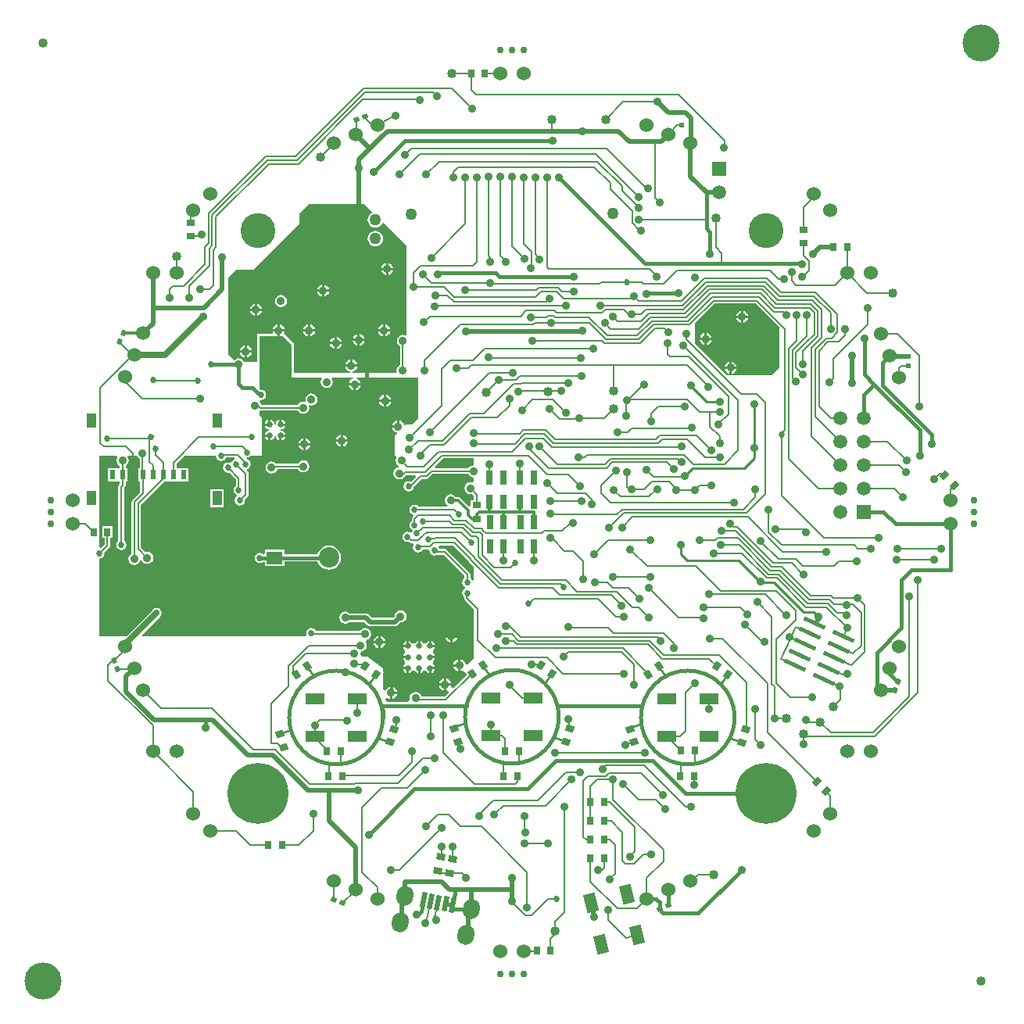
<source format=gtl>
%FSLAX25Y25*%
%MOIN*%
G70*
G01*
G75*
G04 Layer_Physical_Order=1*
G04 Layer_Color=255*
%ADD10C,0.01500*%
%ADD11C,0.04000*%
%ADD12R,0.03150X0.05906*%
G04:AMPARAMS|DCode=13|XSize=35.43mil|YSize=27.56mil|CornerRadius=0mil|HoleSize=0mil|Usage=FLASHONLY|Rotation=169.100|XOffset=0mil|YOffset=0mil|HoleType=Round|Shape=Rectangle|*
%AMROTATEDRECTD13*
4,1,4,0.02000,0.01018,0.01479,-0.01688,-0.02000,-0.01018,-0.01479,0.01688,0.02000,0.01018,0.0*
%
%ADD13ROTATEDRECTD13*%

%ADD14R,0.02756X0.03543*%
G04:AMPARAMS|DCode=15|XSize=35.43mil|YSize=27.56mil|CornerRadius=0mil|HoleSize=0mil|Usage=FLASHONLY|Rotation=162.000|XOffset=0mil|YOffset=0mil|HoleType=Round|Shape=Rectangle|*
%AMROTATEDRECTD15*
4,1,4,0.02111,0.00763,0.01259,-0.01858,-0.02111,-0.00763,-0.01259,0.01858,0.02111,0.00763,0.0*
%
%ADD15ROTATEDRECTD15*%

G04:AMPARAMS|DCode=16|XSize=35.43mil|YSize=27.56mil|CornerRadius=0mil|HoleSize=0mil|Usage=FLASHONLY|Rotation=234.000|XOffset=0mil|YOffset=0mil|HoleType=Round|Shape=Rectangle|*
%AMROTATEDRECTD16*
4,1,4,-0.00073,0.02243,0.02156,0.00623,0.00073,-0.02243,-0.02156,-0.00623,-0.00073,0.02243,0.0*
%
%ADD16ROTATEDRECTD16*%

G04:AMPARAMS|DCode=17|XSize=35.43mil|YSize=27.56mil|CornerRadius=0mil|HoleSize=0mil|Usage=FLASHONLY|Rotation=306.000|XOffset=0mil|YOffset=0mil|HoleType=Round|Shape=Rectangle|*
%AMROTATEDRECTD17*
4,1,4,-0.02156,0.00623,0.00073,0.02243,0.02156,-0.00623,-0.00073,-0.02243,-0.02156,0.00623,0.0*
%
%ADD17ROTATEDRECTD17*%

G04:AMPARAMS|DCode=18|XSize=35.43mil|YSize=27.56mil|CornerRadius=0mil|HoleSize=0mil|Usage=FLASHONLY|Rotation=18.000|XOffset=0mil|YOffset=0mil|HoleType=Round|Shape=Rectangle|*
%AMROTATEDRECTD18*
4,1,4,-0.01259,-0.01858,-0.02111,0.00763,0.01259,0.01858,0.02111,-0.00763,-0.01259,-0.01858,0.0*
%
%ADD18ROTATEDRECTD18*%

%ADD19R,0.03543X0.02756*%
%ADD20R,0.08000X0.05000*%
G04:AMPARAMS|DCode=21|XSize=35.43mil|YSize=27.56mil|CornerRadius=0mil|HoleSize=0mil|Usage=FLASHONLY|Rotation=225.000|XOffset=0mil|YOffset=0mil|HoleType=Round|Shape=Rectangle|*
%AMROTATEDRECTD21*
4,1,4,0.00278,0.02227,0.02227,0.00278,-0.00278,-0.02227,-0.02227,-0.00278,0.00278,0.02227,0.0*
%
%ADD21ROTATEDRECTD21*%

G04:AMPARAMS|DCode=22|XSize=19.69mil|YSize=23.62mil|CornerRadius=0mil|HoleSize=0mil|Usage=FLASHONLY|Rotation=337.500|XOffset=0mil|YOffset=0mil|HoleType=Round|Shape=Rectangle|*
%AMROTATEDRECTD22*
4,1,4,-0.01361,-0.00715,-0.00457,0.01468,0.01361,0.00715,0.00457,-0.01468,-0.01361,-0.00715,0.0*
%
%ADD22ROTATEDRECTD22*%

G04:AMPARAMS|DCode=23|XSize=19.69mil|YSize=23.62mil|CornerRadius=0mil|HoleSize=0mil|Usage=FLASHONLY|Rotation=292.500|XOffset=0mil|YOffset=0mil|HoleType=Round|Shape=Rectangle|*
%AMROTATEDRECTD23*
4,1,4,-0.01468,0.00457,0.00715,0.01361,0.01468,-0.00457,-0.00715,-0.01361,-0.01468,0.00457,0.0*
%
%ADD23ROTATEDRECTD23*%

G04:AMPARAMS|DCode=24|XSize=19.69mil|YSize=23.62mil|CornerRadius=0mil|HoleSize=0mil|Usage=FLASHONLY|Rotation=247.500|XOffset=0mil|YOffset=0mil|HoleType=Round|Shape=Rectangle|*
%AMROTATEDRECTD24*
4,1,4,-0.00715,0.01361,0.01468,0.00457,0.00715,-0.01361,-0.01468,-0.00457,-0.00715,0.01361,0.0*
%
%ADD24ROTATEDRECTD24*%

G04:AMPARAMS|DCode=25|XSize=19.69mil|YSize=23.62mil|CornerRadius=0mil|HoleSize=0mil|Usage=FLASHONLY|Rotation=202.500|XOffset=0mil|YOffset=0mil|HoleType=Round|Shape=Rectangle|*
%AMROTATEDRECTD25*
4,1,4,0.00457,0.01468,0.01361,-0.00715,-0.00457,-0.01468,-0.01361,0.00715,0.00457,0.01468,0.0*
%
%ADD25ROTATEDRECTD25*%

%ADD26R,0.02362X0.01969*%
%ADD27R,0.01969X0.02362*%
G04:AMPARAMS|DCode=28|XSize=80mil|YSize=50mil|CornerRadius=0mil|HoleSize=0mil|Usage=FLASHONLY|Rotation=104.000|XOffset=0mil|YOffset=0mil|HoleType=Round|Shape=Rectangle|*
%AMROTATEDRECTD28*
4,1,4,0.03393,-0.03276,-0.01458,-0.04486,-0.03393,0.03276,0.01458,0.04486,0.03393,-0.03276,0.0*
%
%ADD28ROTATEDRECTD28*%

%ADD29R,0.09449X0.09449*%
%ADD30R,0.06850X0.05512*%
%ADD31P,0.13919X4X345.0*%
%ADD32P,0.13919X4X285.0*%
G04:AMPARAMS|DCode=33|XSize=17.32mil|YSize=98.43mil|CornerRadius=0mil|HoleSize=0mil|Usage=FLASHONLY|Rotation=245.000|XOffset=0mil|YOffset=0mil|HoleType=Round|Shape=Rectangle|*
%AMROTATEDRECTD33*
4,1,4,-0.04094,0.02865,0.04826,-0.01295,0.04094,-0.02865,-0.04826,0.01295,-0.04094,0.02865,0.0*
%
%ADD33ROTATEDRECTD33*%

%ADD34R,0.04134X0.05906*%
%ADD35R,0.02362X0.04134*%
G04:AMPARAMS|DCode=36|XSize=64.96mil|YSize=21.65mil|CornerRadius=0mil|HoleSize=0mil|Usage=FLASHONLY|Rotation=259.100|XOffset=0mil|YOffset=0mil|HoleType=Round|Shape=Rectangle|*
%AMROTATEDRECTD36*
4,1,4,-0.00449,0.03394,0.01677,0.02985,0.00449,-0.03394,-0.01677,-0.02985,-0.00449,0.03394,0.0*
%
%ADD36ROTATEDRECTD36*%

%ADD37C,0.00800*%
%ADD38C,0.02500*%
%ADD39C,0.02000*%
%ADD40C,0.01200*%
%ADD41C,0.01000*%
G04:AMPARAMS|DCode=42|XSize=10mil|YSize=50mil|CornerRadius=0mil|HoleSize=0mil|Usage=FLASHONLY|Rotation=216.000|XOffset=0mil|YOffset=0mil|HoleType=Round|Shape=Rectangle|*
%AMROTATEDRECTD42*
4,1,4,-0.01065,0.02316,0.01874,-0.01729,0.01065,-0.02316,-0.01874,0.01729,-0.01065,0.02316,0.0*
%
%ADD42ROTATEDRECTD42*%

G04:AMPARAMS|DCode=43|XSize=10mil|YSize=50mil|CornerRadius=0mil|HoleSize=0mil|Usage=FLASHONLY|Rotation=144.000|XOffset=0mil|YOffset=0mil|HoleType=Round|Shape=Rectangle|*
%AMROTATEDRECTD43*
4,1,4,0.01874,0.01729,-0.01065,-0.02316,-0.01874,-0.01729,0.01065,0.02316,0.01874,0.01729,0.0*
%
%ADD43ROTATEDRECTD43*%

G04:AMPARAMS|DCode=44|XSize=10mil|YSize=50mil|CornerRadius=0mil|HoleSize=0mil|Usage=FLASHONLY|Rotation=288.000|XOffset=0mil|YOffset=0mil|HoleType=Round|Shape=Rectangle|*
%AMROTATEDRECTD44*
4,1,4,-0.02532,-0.00297,0.02223,0.01248,0.02532,0.00297,-0.02223,-0.01248,-0.02532,-0.00297,0.0*
%
%ADD44ROTATEDRECTD44*%

G04:AMPARAMS|DCode=45|XSize=10mil|YSize=50mil|CornerRadius=0mil|HoleSize=0mil|Usage=FLASHONLY|Rotation=72.000|XOffset=0mil|YOffset=0mil|HoleType=Round|Shape=Rectangle|*
%AMROTATEDRECTD45*
4,1,4,0.02223,-0.01248,-0.02532,0.00297,-0.02223,0.01248,0.02532,-0.00297,0.02223,-0.01248,0.0*
%
%ADD45ROTATEDRECTD45*%

%ADD46R,0.01000X0.05000*%
%ADD47C,0.03000*%
%ADD48C,0.15800*%
%ADD49C,0.14900*%
%ADD50C,0.06000*%
%ADD51C,0.26000*%
%ADD52C,0.08661*%
%ADD53C,0.05000*%
%ADD54R,0.05906X0.05906*%
%ADD55C,0.05906*%
G04:AMPARAMS|DCode=56|XSize=86.61mil|YSize=70.87mil|CornerRadius=0mil|HoleSize=0mil|Usage=FLASHONLY|Rotation=79.100|XOffset=0mil|YOffset=0mil|HoleType=Round|Shape=Round|*
%AMOVALD56*
21,1,0.01575,0.07087,0.00000,0.00000,79.1*
1,1,0.07087,-0.00149,-0.00773*
1,1,0.07087,0.00149,0.00773*
%
%ADD56OVALD56*%

%ADD57C,0.03500*%
%ADD58C,0.02700*%
%ADD59C,0.02598*%
G36*
X383700Y420173D02*
X383550Y420050D01*
X382555Y419852D01*
X381712Y419288D01*
X381301Y418674D01*
X367218D01*
X366950Y419320D01*
X370607Y422976D01*
X383700D01*
Y420173D01*
D02*
G37*
G36*
X381356Y379314D02*
X381370Y379244D01*
X381635Y378847D01*
X383700Y376782D01*
Y370973D01*
X383025Y370839D01*
X382550Y371550D01*
X382224Y371768D01*
Y373500D01*
X382130Y373968D01*
X381865Y374365D01*
X372365Y383865D01*
X371968Y384130D01*
X371500Y384224D01*
X369091D01*
X369025Y384551D01*
X368619Y385159D01*
X368949Y385776D01*
X374893D01*
X381356Y379314D01*
D02*
G37*
G36*
X514200Y478570D02*
Y461600D01*
X511100Y458500D01*
X491439D01*
X477900Y472040D01*
Y480384D01*
X486392Y488876D01*
X503893D01*
X514200Y478570D01*
D02*
G37*
G36*
X340441Y528059D02*
X340343Y527569D01*
X340136Y527483D01*
X339446Y526954D01*
X338917Y526264D01*
X338585Y525461D01*
X338472Y524600D01*
X338585Y523738D01*
X338917Y522936D01*
X339446Y522246D01*
X340136Y521718D01*
X340938Y521385D01*
X341800Y521272D01*
X342661Y521385D01*
X343464Y521718D01*
X344154Y522246D01*
X344683Y522936D01*
X344769Y523143D01*
X345259Y523241D01*
X355000Y513500D01*
Y475595D01*
X354559Y475359D01*
X354495Y475402D01*
X353500Y475600D01*
X352505Y475402D01*
X351661Y474838D01*
X351098Y473995D01*
X350900Y473000D01*
X351098Y472005D01*
X351661Y471162D01*
X352224Y470786D01*
Y462697D01*
X351609Y462286D01*
X351045Y461442D01*
X350847Y460447D01*
X350959Y459887D01*
X350642Y459500D01*
X332039D01*
X331990Y459998D01*
X332495Y460098D01*
X333338Y460662D01*
X333902Y461505D01*
X334000Y462000D01*
X328999D01*
X329098Y461505D01*
X329661Y460662D01*
X330505Y460098D01*
X331010Y459998D01*
X330961Y459500D01*
X307000D01*
Y472000D01*
X303000Y476000D01*
X303000Y476000D01*
X303000D01*
X302806Y476362D01*
X302902Y476505D01*
X303000Y477000D01*
X301000D01*
Y475000D01*
X301003Y475000D01*
X302500D01*
X306000Y471500D01*
X305953Y457500D01*
X318739D01*
X318975Y457059D01*
X318598Y456495D01*
X318400Y455500D01*
X318598Y454505D01*
X319162Y453661D01*
X320005Y453098D01*
X321000Y452900D01*
X321995Y453098D01*
X322838Y453661D01*
X323402Y454505D01*
X323600Y455500D01*
X323402Y456495D01*
X323025Y457059D01*
X323261Y457500D01*
X332461D01*
X332510Y457002D01*
X332005Y456902D01*
X331161Y456339D01*
X330598Y455495D01*
X330500Y455000D01*
X335501D01*
X335402Y455495D01*
X334839Y456339D01*
X333995Y456902D01*
X333490Y457002D01*
X333539Y457500D01*
X360000D01*
Y440000D01*
X357500Y437500D01*
X355000D01*
X354458Y436958D01*
X353980Y437104D01*
X353902Y437495D01*
X353339Y438339D01*
X352495Y438902D01*
X352000Y439001D01*
Y436500D01*
X351500D01*
Y436000D01*
X349000D01*
X349098Y435505D01*
X349661Y434661D01*
X350505Y434098D01*
X350897Y434020D01*
X351042Y433542D01*
X350000Y432500D01*
Y424000D01*
X350527D01*
X350857Y423383D01*
X350598Y422995D01*
X350400Y422000D01*
X350598Y421005D01*
X351162Y420161D01*
X351818Y419723D01*
X351681Y419036D01*
X351005Y418902D01*
X350162Y418338D01*
X349598Y417495D01*
X349400Y416500D01*
X349598Y415505D01*
X350162Y414662D01*
X351005Y414098D01*
X352000Y413900D01*
X352995Y414098D01*
X353838Y414662D01*
X354288Y415334D01*
X354468Y415370D01*
X354865Y415635D01*
X355007Y415776D01*
X358732D01*
X358999Y415130D01*
X356873Y413003D01*
X356839Y413025D01*
X356000Y413192D01*
X355161Y413025D01*
X354450Y412550D01*
X353975Y411839D01*
X353808Y411000D01*
X353975Y410161D01*
X354450Y409450D01*
X355161Y408975D01*
X356000Y408808D01*
X356839Y408975D01*
X357550Y409450D01*
X358025Y410161D01*
X358158Y410827D01*
X361507Y414177D01*
X363563D01*
X364031Y414270D01*
X364428Y414535D01*
X366120Y416226D01*
X381301D01*
X381712Y415612D01*
X382555Y415048D01*
X383550Y414850D01*
X383700Y414727D01*
Y413073D01*
X383159Y412629D01*
X382300Y412800D01*
X381305Y412602D01*
X380462Y412039D01*
X379898Y411195D01*
X379700Y410200D01*
X379898Y409205D01*
X380462Y408361D01*
X381305Y407798D01*
X382300Y407600D01*
X383109Y407761D01*
X383700Y407170D01*
Y405131D01*
X382428D01*
Y402551D01*
X381782Y402283D01*
X378055Y406009D01*
X377592Y406319D01*
X377046Y406427D01*
X377045Y406427D01*
X376113D01*
X375838Y406839D01*
X374995Y407402D01*
X374000Y407600D01*
X373005Y407402D01*
X372162Y406839D01*
X371598Y405995D01*
X371400Y405000D01*
X371598Y404005D01*
X372162Y403161D01*
X372563Y402893D01*
X372360Y402223D01*
X360268D01*
X360050Y402550D01*
X359339Y403025D01*
X358500Y403192D01*
X357661Y403025D01*
X356950Y402550D01*
X356475Y401839D01*
X356308Y401000D01*
X356475Y400161D01*
X356950Y399450D01*
X357661Y398975D01*
X357837Y398940D01*
X358040Y398270D01*
X357635Y397865D01*
X357370Y397468D01*
X357277Y397000D01*
Y396268D01*
X356950Y396050D01*
X356475Y395339D01*
X356308Y394500D01*
X356475Y393661D01*
X356950Y392950D01*
X357414Y392640D01*
X357551Y391953D01*
X357475Y391839D01*
X357409Y391510D01*
X356763Y391242D01*
X356339Y391525D01*
X355500Y391692D01*
X354661Y391525D01*
X353950Y391050D01*
X353475Y390339D01*
X353308Y389500D01*
X353475Y388661D01*
X353950Y387950D01*
X354661Y387475D01*
X355500Y387308D01*
X355885Y387385D01*
X356135Y387135D01*
X356532Y386870D01*
X357000Y386776D01*
X357859D01*
X358189Y386159D01*
X357975Y385839D01*
X357808Y385000D01*
X357975Y384161D01*
X358450Y383450D01*
X359161Y382975D01*
X360000Y382808D01*
X360839Y382975D01*
X361550Y383450D01*
X362025Y384161D01*
X362028Y384176D01*
X364427D01*
X364808Y383713D01*
X364975Y382874D01*
X365450Y382162D01*
X366161Y381687D01*
X367000Y381520D01*
X367839Y381687D01*
X367972Y381776D01*
X370993D01*
X379777Y372993D01*
Y371768D01*
X379450Y371550D01*
X378975Y370839D01*
X378808Y370000D01*
X378975Y369161D01*
X379450Y368450D01*
X379974Y368100D01*
Y367400D01*
X379450Y367050D01*
X378975Y366339D01*
X378808Y365500D01*
X378975Y364661D01*
X379450Y363950D01*
X379576Y363865D01*
Y363400D01*
X379670Y362932D01*
X379935Y362535D01*
X383700Y358770D01*
Y347100D01*
Y337600D01*
X381200Y335100D01*
X380051Y335448D01*
X380002Y335695D01*
X379438Y336539D01*
X378595Y337102D01*
X378100Y337200D01*
Y334700D01*
Y332200D01*
X378595Y332298D01*
X379637Y331965D01*
X379637Y331965D01*
X380624Y330607D01*
X374961Y324945D01*
X373903Y325511D01*
X374001Y326000D01*
X372000D01*
Y324000D01*
X372489Y324097D01*
X373055Y323039D01*
X371240Y321223D01*
X361396D01*
X361302Y321695D01*
X360738Y322538D01*
X359895Y323102D01*
X358900Y323300D01*
X357905Y323102D01*
X357062Y322538D01*
X356498Y321695D01*
X356300Y320700D01*
X356458Y319908D01*
X355696Y318980D01*
X347121D01*
X345936Y320108D01*
X346686Y321045D01*
X347505Y320498D01*
X348000Y320399D01*
Y322900D01*
Y325400D01*
X347505Y325302D01*
X346661Y324739D01*
X346148Y323970D01*
X345000Y324319D01*
Y331166D01*
X345362Y331665D01*
X345000Y331928D01*
Y333500D01*
X338500Y338500D01*
X336027D01*
X335282Y339407D01*
X335687Y340537D01*
X336495Y340698D01*
X337338Y341262D01*
X337902Y342105D01*
X338100Y343100D01*
X337902Y344095D01*
X337673Y344437D01*
X338133Y345546D01*
X338395Y345598D01*
X339239Y346162D01*
X339802Y347005D01*
X339929Y347642D01*
D01*
X340000Y348000D01*
X339802Y348995D01*
X339239Y349838D01*
X338395Y350402D01*
X337400Y350600D01*
X336405Y350402D01*
X335561Y349838D01*
X335151Y349223D01*
X316548D01*
X316525Y349339D01*
X316050Y350050D01*
X315339Y350525D01*
X314500Y350692D01*
X313661Y350525D01*
X312950Y350050D01*
X312475Y349339D01*
X312308Y348500D01*
X312475Y347661D01*
X312175Y347100D01*
X242471D01*
X242203Y347747D01*
X249616Y355160D01*
X250050Y355450D01*
X250525Y356161D01*
X250692Y357000D01*
X250525Y357839D01*
X250050Y358550D01*
X249339Y359025D01*
X248500Y359192D01*
X247661Y359025D01*
X246950Y358550D01*
X246660Y358116D01*
X235645Y347100D01*
X224100D01*
X224100Y347100D01*
X224100Y347100D01*
X224014Y347136D01*
Y380057D01*
X224853Y380224D01*
X225565Y380699D01*
X226040Y381410D01*
X226207Y382249D01*
X226130Y382634D01*
X228318Y384823D01*
X228583Y385220D01*
X228676Y385688D01*
Y388928D01*
X229631D01*
Y394072D01*
X225275D01*
Y388928D01*
X226229D01*
Y386194D01*
X224661Y384626D01*
X224014Y384894D01*
Y424000D01*
X231527D01*
X231857Y423383D01*
X231598Y422995D01*
X231400Y422000D01*
X231598Y421005D01*
X232161Y420161D01*
X232776Y419751D01*
Y418764D01*
X232141D01*
X232141Y418764D01*
Y418764D01*
X232015Y418764D01*
X231831D01*
X231646D01*
X231520Y418764D01*
X231520Y418764D01*
Y418764D01*
X227684D01*
Y413031D01*
X231520D01*
X231520Y413031D01*
Y413031D01*
X231646Y413031D01*
X231831D01*
X232015D01*
X232141Y413031D01*
X232141Y413031D01*
Y413031D01*
X232776D01*
Y412007D01*
X232491Y411722D01*
X232226Y411325D01*
X232133Y410856D01*
Y387672D01*
X231950Y387550D01*
X231475Y386839D01*
X231308Y386000D01*
X231475Y385161D01*
X231950Y384450D01*
X232661Y383975D01*
X233500Y383808D01*
X234339Y383975D01*
X235050Y384450D01*
X235525Y385161D01*
X235692Y386000D01*
X235525Y386839D01*
X235050Y387550D01*
X234580Y387864D01*
Y410350D01*
X234865Y410635D01*
X235130Y411032D01*
X235224Y411500D01*
Y413031D01*
X235977D01*
Y418764D01*
X235224D01*
Y419751D01*
X235839Y420161D01*
X236402Y421005D01*
X236600Y422000D01*
X236402Y422995D01*
X236143Y423383D01*
X236473Y424000D01*
X240101D01*
X240662Y423162D01*
X241277Y422751D01*
Y418765D01*
X240676D01*
Y413031D01*
X241434D01*
Y408427D01*
X238135Y405128D01*
X237870Y404731D01*
X237776Y404263D01*
Y382249D01*
X237161Y381838D01*
X236598Y380995D01*
X236400Y380000D01*
X236598Y379005D01*
X237161Y378162D01*
X238005Y377598D01*
X239000Y377400D01*
X239995Y377598D01*
X240839Y378162D01*
X241402Y379005D01*
X241460Y379296D01*
X242146Y379432D01*
X242661Y378661D01*
X243505Y378098D01*
X244500Y377900D01*
X245495Y378098D01*
X246339Y378661D01*
X246902Y379505D01*
X247100Y380500D01*
X246902Y381495D01*
X246339Y382339D01*
X245495Y382902D01*
X244500Y383100D01*
X243775Y382956D01*
X241824Y384907D01*
Y403093D01*
X251761Y413031D01*
X253300D01*
Y413031D01*
X253300D01*
X253300Y413031D01*
X253668D01*
Y413031D01*
X257504D01*
X257504Y413031D01*
Y413031D01*
X257630Y413031D01*
X257815D01*
X257999D01*
X258125Y413031D01*
X258125Y413031D01*
Y413031D01*
X261962D01*
Y418764D01*
X258125D01*
X258125Y418764D01*
Y418764D01*
X257999Y418764D01*
X257815D01*
X257630D01*
X257504Y418764D01*
X257504Y418764D01*
Y418764D01*
X256873D01*
Y420643D01*
X260230Y424000D01*
X273808D01*
X273975Y423161D01*
X274450Y422450D01*
X275161Y421975D01*
X276000Y421808D01*
X276839Y421975D01*
X277550Y422450D01*
X278025Y423161D01*
X278048Y423277D01*
X281579D01*
X281846Y422630D01*
X281762Y422545D01*
X281661Y422525D01*
X280950Y422050D01*
X280475Y421339D01*
X280464Y421284D01*
X279839Y421025D01*
X279000Y421192D01*
X278161Y421025D01*
X277450Y420550D01*
X276975Y419839D01*
X276808Y419000D01*
X276975Y418161D01*
X277450Y417450D01*
X278161Y416975D01*
X279000Y416808D01*
X279385Y416885D01*
X282277Y413993D01*
Y411268D01*
X281950Y411050D01*
X281475Y410339D01*
X281308Y409500D01*
X281475Y408661D01*
X281950Y407950D01*
X282661Y407475D01*
X282668Y407473D01*
X282804Y406787D01*
X282450Y406550D01*
X281975Y405839D01*
X281808Y405000D01*
X281975Y404161D01*
X282450Y403450D01*
X283161Y402975D01*
X284000Y402808D01*
X284839Y402975D01*
X285550Y403450D01*
X286025Y404161D01*
X286192Y405000D01*
X286116Y405385D01*
X287365Y406635D01*
X287630Y407032D01*
X287630Y407032D01*
X287630Y407032D01*
X287723Y407500D01*
Y416500D01*
X287630Y416968D01*
X287365Y417365D01*
X286960Y417770D01*
X287163Y418440D01*
X287339Y418475D01*
X288050Y418950D01*
X288525Y419661D01*
X288692Y420500D01*
X288525Y421339D01*
X288050Y422050D01*
X287339Y422525D01*
X287068Y422579D01*
X286769Y423212D01*
X286837Y423340D01*
X287000Y423308D01*
X287839Y423475D01*
X288550Y423950D01*
X288583Y424000D01*
X293323D01*
Y439900D01*
X293230Y440368D01*
X292965Y440765D01*
X292568Y441030D01*
X292500Y441044D01*
Y443024D01*
X292807Y443277D01*
X308751D01*
X309161Y442662D01*
X310005Y442098D01*
X311000Y441900D01*
X311995Y442098D01*
X312839Y442662D01*
X313402Y443505D01*
X313600Y444500D01*
X313464Y445182D01*
X313818Y445536D01*
X314500Y445400D01*
X315495Y445598D01*
X316338Y446162D01*
X316902Y447005D01*
X317100Y448000D01*
X316902Y448995D01*
X316338Y449838D01*
X315495Y450402D01*
X314500Y450600D01*
X313505Y450402D01*
X312662Y449838D01*
X312098Y448995D01*
X311900Y448000D01*
X312036Y447318D01*
X311682Y446964D01*
X311000Y447100D01*
X310005Y446902D01*
X309161Y446339D01*
X308751Y445723D01*
X293314D01*
X292991Y446046D01*
X292902Y446495D01*
X292500Y447097D01*
Y447513D01*
X292886Y447830D01*
X293000Y447808D01*
X293839Y447975D01*
X294550Y448450D01*
X295025Y449161D01*
X295192Y450000D01*
X295025Y450839D01*
X294550Y451550D01*
X293839Y452025D01*
X293000Y452192D01*
X292886Y452170D01*
X292500Y452487D01*
Y475000D01*
X299997D01*
X300000Y475000D01*
Y477000D01*
X298000D01*
X298098Y476505D01*
X298141Y476441D01*
X297905Y476000D01*
X291500D01*
Y464000D01*
X285820D01*
X285291Y464791D01*
X284448Y465355D01*
X283453Y465553D01*
X282458Y465355D01*
X281671Y464829D01*
X279000Y467500D01*
Y500000D01*
X282500Y503500D01*
X290000D01*
X309500Y523000D01*
Y527500D01*
X313500Y531500D01*
X337000D01*
X340441Y528059D01*
D02*
G37*
%LPC*%
G36*
X296138Y432138D02*
X294597D01*
X294660Y431819D01*
X295124Y431124D01*
X295819Y430660D01*
X296138Y430597D01*
Y432138D01*
D02*
G37*
G36*
X303403D02*
X301862D01*
Y430597D01*
X302181Y430660D01*
X302876Y431124D01*
X303340Y431819D01*
X303403Y432138D01*
D02*
G37*
G36*
X327922Y432873D02*
Y430873D01*
X329922D01*
X329824Y431368D01*
X329260Y432211D01*
X328417Y432775D01*
X327922Y432873D01*
D02*
G37*
G36*
X326922D02*
X326427Y432775D01*
X325583Y432211D01*
X325020Y431368D01*
X324921Y430873D01*
X326922D01*
Y432873D01*
D02*
G37*
G36*
X312000Y431500D02*
Y429500D01*
X314001D01*
X313902Y429995D01*
X313338Y430838D01*
X312495Y431402D01*
X312000Y431500D01*
D02*
G37*
G36*
X326922Y429873D02*
X324921D01*
X325020Y429378D01*
X325583Y428534D01*
X326427Y427971D01*
X326922Y427872D01*
Y429873D01*
D02*
G37*
G36*
X314001Y428500D02*
X312000D01*
Y426500D01*
X312495Y426598D01*
X313338Y427162D01*
X313902Y428005D01*
X314001Y428500D01*
D02*
G37*
G36*
X311000Y431500D02*
X310505Y431402D01*
X309662Y430838D01*
X309098Y429995D01*
X308999Y429500D01*
X311000D01*
Y431500D01*
D02*
G37*
G36*
X329922Y429873D02*
X327922D01*
Y427872D01*
X328417Y427971D01*
X329260Y428534D01*
X329824Y429378D01*
X329922Y429873D01*
D02*
G37*
G36*
X332500Y454000D02*
X330500D01*
X330598Y453505D01*
X331161Y452662D01*
X332005Y452098D01*
X332500Y452000D01*
Y454000D01*
D02*
G37*
G36*
X346400Y450000D02*
Y448000D01*
X348400D01*
X348302Y448495D01*
X347739Y449338D01*
X346895Y449902D01*
X346400Y450000D01*
D02*
G37*
G36*
X345400D02*
X344905Y449902D01*
X344061Y449338D01*
X343498Y448495D01*
X343400Y448000D01*
X345400D01*
Y450000D01*
D02*
G37*
G36*
X495800Y461100D02*
X493800D01*
Y459099D01*
X494295Y459198D01*
X495139Y459761D01*
X495702Y460605D01*
X495800Y461100D01*
D02*
G37*
G36*
X492800D02*
X490800D01*
X490898Y460605D01*
X491462Y459761D01*
X492305Y459198D01*
X492800Y459099D01*
Y461100D01*
D02*
G37*
G36*
X335501Y454000D02*
X333500D01*
Y452000D01*
X333995Y452098D01*
X334839Y452662D01*
X335402Y453505D01*
X335501Y454000D01*
D02*
G37*
G36*
X296138Y439403D02*
X295819Y439340D01*
X295124Y438876D01*
X294660Y438181D01*
X294597Y437862D01*
X296138D01*
Y439403D01*
D02*
G37*
G36*
X300862D02*
X300543Y439340D01*
X299849Y438876D01*
X299385Y438181D01*
X299250Y437504D01*
X298750D01*
X298615Y438181D01*
X298151Y438876D01*
X297457Y439340D01*
X297138Y439403D01*
Y437362D01*
X296638D01*
Y436862D01*
X294597D01*
X294660Y436543D01*
X295124Y435849D01*
X295819Y435385D01*
X296496Y435250D01*
Y434750D01*
X295819Y434615D01*
X295124Y434151D01*
X294660Y433457D01*
X294597Y433138D01*
X296638D01*
Y432638D01*
X297138D01*
Y430597D01*
X297457Y430660D01*
X298151Y431124D01*
X298615Y431819D01*
X298750Y432496D01*
X299250D01*
X299385Y431819D01*
X299849Y431124D01*
X300543Y430660D01*
X300862Y430597D01*
Y432638D01*
X301362D01*
Y433138D01*
X303403D01*
X303340Y433457D01*
X302876Y434151D01*
X302181Y434615D01*
X301504Y434750D01*
Y435250D01*
X302181Y435385D01*
X302876Y435849D01*
X303340Y436543D01*
X303403Y436862D01*
X301362D01*
Y437362D01*
X300862D01*
Y439403D01*
D02*
G37*
G36*
X351000Y439001D02*
X350505Y438902D01*
X349661Y438339D01*
X349098Y437495D01*
X349000Y437000D01*
X351000D01*
Y439001D01*
D02*
G37*
G36*
X348400Y447000D02*
X346400D01*
Y445000D01*
X346895Y445098D01*
X347739Y445661D01*
X348302Y446505D01*
X348400Y447000D01*
D02*
G37*
G36*
X345400D02*
X343400D01*
X343498Y446505D01*
X344061Y445661D01*
X344905Y445098D01*
X345400Y445000D01*
Y447000D01*
D02*
G37*
G36*
X301862Y439403D02*
Y437862D01*
X303403D01*
X303340Y438181D01*
X302876Y438876D01*
X302181Y439340D01*
X301862Y439403D01*
D02*
G37*
G36*
X311000Y428500D02*
X308999D01*
X309098Y428005D01*
X309662Y427162D01*
X310505Y426598D01*
X311000Y426500D01*
Y428500D01*
D02*
G37*
G36*
X377100Y334200D02*
X375099D01*
X375198Y333705D01*
X375762Y332861D01*
X376605Y332298D01*
X377100Y332200D01*
Y334200D01*
D02*
G37*
G36*
X367165Y332976D02*
X365624D01*
Y331435D01*
X365944Y331498D01*
X366638Y331962D01*
X367102Y332657D01*
X367165Y332976D01*
D02*
G37*
G36*
X377100Y337200D02*
X376605Y337102D01*
X375762Y336539D01*
X375198Y335695D01*
X375099Y335200D01*
X377100D01*
Y337200D01*
D02*
G37*
G36*
X346001Y344100D02*
X344000D01*
Y342099D01*
X344495Y342198D01*
X345339Y342761D01*
X345902Y343605D01*
X346001Y344100D01*
D02*
G37*
G36*
X343000D02*
X341000D01*
X341098Y343605D01*
X341662Y342761D01*
X342505Y342198D01*
X343000Y342099D01*
Y344100D01*
D02*
G37*
G36*
X355176Y332976D02*
X353635D01*
X353698Y332657D01*
X354162Y331962D01*
X354856Y331498D01*
X355176Y331435D01*
Y332976D01*
D02*
G37*
G36*
X349000Y325400D02*
Y323400D01*
X351000D01*
X350902Y323895D01*
X350339Y324739D01*
X349495Y325302D01*
X349000Y325400D01*
D02*
G37*
G36*
X351000Y322400D02*
X349000D01*
Y320399D01*
X349495Y320498D01*
X350339Y321061D01*
X350902Y321905D01*
X351000Y322400D01*
D02*
G37*
G36*
X371000Y326000D02*
X369000D01*
X369098Y325505D01*
X369661Y324661D01*
X370505Y324098D01*
X371000Y324000D01*
Y326000D01*
D02*
G37*
G36*
X372000Y329000D02*
Y327000D01*
X374001D01*
X373902Y327495D01*
X373339Y328339D01*
X372495Y328902D01*
X372000Y329000D01*
D02*
G37*
G36*
X371000D02*
X370505Y328902D01*
X369661Y328339D01*
X369098Y327495D01*
X369000Y327000D01*
X371000D01*
Y329000D01*
D02*
G37*
G36*
X352500Y358100D02*
X351505Y357902D01*
X350661Y357339D01*
X350098Y356495D01*
X349900Y355500D01*
X349901Y355496D01*
X349351Y354946D01*
X340359D01*
X339008Y356298D01*
X338412Y356696D01*
X338296Y356719D01*
X337710Y356835D01*
X330841D01*
X330838Y356838D01*
X329995Y357402D01*
X329000Y357600D01*
X328005Y357402D01*
X327162Y356838D01*
X326598Y355995D01*
X326400Y355000D01*
X326598Y354005D01*
X327162Y353162D01*
X328005Y352598D01*
X329000Y352400D01*
X329995Y352598D01*
X330838Y353162D01*
X330841Y353165D01*
X336950D01*
X338301Y351814D01*
X338896Y351416D01*
X339013Y351393D01*
X339039Y351387D01*
D01*
X339599Y351276D01*
X350111D01*
X350697Y351393D01*
X350814Y351416D01*
X351409Y351814D01*
X352496Y352901D01*
X352500Y352900D01*
X353495Y353098D01*
X354339Y353661D01*
X354902Y354505D01*
X355100Y355500D01*
X354902Y356495D01*
X354339Y357339D01*
X353495Y357902D01*
X352500Y358100D01*
D02*
G37*
G36*
X344000Y347100D02*
X344000D01*
Y345100D01*
X346001D01*
X345902Y345595D01*
X345339Y346439D01*
X344495Y347002D01*
X344000Y347100D01*
D02*
G37*
G36*
X322006Y385715D02*
X320667Y385539D01*
X319419Y385022D01*
X318347Y384199D01*
X317524Y383127D01*
X317091Y382080D01*
X303064D01*
Y384056D01*
X294613D01*
Y382416D01*
X293996Y382086D01*
X293339Y382525D01*
X292500Y382692D01*
X291661Y382525D01*
X290950Y382050D01*
X290475Y381339D01*
X290308Y380500D01*
X290475Y379661D01*
X290950Y378950D01*
X291661Y378475D01*
X292500Y378308D01*
X293339Y378475D01*
X293996Y378914D01*
X294613Y378584D01*
Y376944D01*
X303064D01*
Y378920D01*
X317124D01*
X317524Y377953D01*
X318347Y376881D01*
X319419Y376058D01*
X320667Y375541D01*
X322006Y375365D01*
X323345Y375541D01*
X324593Y376058D01*
X325665Y376881D01*
X326488Y377953D01*
X327005Y379201D01*
X327181Y380540D01*
X327005Y381879D01*
X326488Y383127D01*
X325665Y384199D01*
X324593Y385022D01*
X323345Y385539D01*
X322006Y385715D01*
D02*
G37*
G36*
X311100Y422100D02*
X310105Y421902D01*
X309261Y421339D01*
X308851Y420723D01*
X299415D01*
X299339Y420838D01*
X298495Y421402D01*
X297500Y421600D01*
X296505Y421402D01*
X295661Y420838D01*
X295098Y419995D01*
X294900Y419000D01*
X295098Y418005D01*
X295661Y417162D01*
X296505Y416598D01*
X297500Y416400D01*
X298495Y416598D01*
X299339Y417162D01*
X299339Y417162D01*
D01*
X299902Y418005D01*
X299956Y418277D01*
X308851D01*
X309261Y417662D01*
X310105Y417098D01*
X311100Y416900D01*
X312095Y417098D01*
X312938Y417662D01*
X313502Y418505D01*
X313700Y419500D01*
X313502Y420495D01*
X312938Y421339D01*
X312095Y421902D01*
X311100Y422100D01*
D02*
G37*
G36*
X277138Y409690D02*
X271405D01*
Y402184D01*
X277138D01*
Y409690D01*
D02*
G37*
G36*
X343000Y347100D02*
X343000D01*
X342505Y347002D01*
X341662Y346439D01*
X341098Y345595D01*
X341000Y345100D01*
X343000D01*
Y347100D01*
D02*
G37*
G36*
X365624Y344965D02*
Y343424D01*
X367165D01*
X367102Y343743D01*
X366638Y344438D01*
X365944Y344902D01*
X365624Y344965D01*
D02*
G37*
G36*
X355176D02*
X354856Y344902D01*
X354162Y344438D01*
X353698Y343743D01*
X353635Y343424D01*
X355176D01*
Y344965D01*
D02*
G37*
G36*
X364624D02*
X364305Y344902D01*
X363611Y344438D01*
X363362Y344066D01*
X362162D01*
X361913Y344438D01*
X361219Y344902D01*
X360900Y344965D01*
Y342924D01*
X359900D01*
Y344965D01*
X359581Y344902D01*
X358887Y344438D01*
X358638Y344066D01*
X357438D01*
X357189Y344438D01*
X356495Y344902D01*
X356176Y344965D01*
Y342924D01*
X355676D01*
Y342424D01*
X353635D01*
X353698Y342105D01*
X354162Y341411D01*
X354534Y341162D01*
Y339962D01*
X354162Y339714D01*
X353698Y339019D01*
X353635Y338700D01*
X355676D01*
Y337700D01*
X353635D01*
X353698Y337381D01*
X354162Y336686D01*
X354534Y336438D01*
Y335238D01*
X354162Y334989D01*
X353698Y334295D01*
X353635Y333976D01*
X355676D01*
Y333476D01*
X356176D01*
Y331435D01*
X356495Y331498D01*
X357189Y331962D01*
X357438Y332334D01*
X358638D01*
X358887Y331962D01*
X359581Y331498D01*
X359900Y331435D01*
Y333476D01*
X360900D01*
Y331435D01*
X361219Y331498D01*
X361913Y331962D01*
X362162Y332334D01*
X363362D01*
X363611Y331962D01*
X364305Y331498D01*
X364624Y331435D01*
Y333476D01*
X365124D01*
Y333976D01*
X367165D01*
X367102Y334295D01*
X366638Y334989D01*
X366266Y335238D01*
Y336438D01*
X366638Y336686D01*
X367102Y337381D01*
X367165Y337700D01*
X365124D01*
Y338700D01*
X367165D01*
X367102Y339019D01*
X366638Y339714D01*
X366266Y339962D01*
Y341162D01*
X366638Y341411D01*
X367102Y342105D01*
X367165Y342424D01*
X365124D01*
Y342924D01*
X364624D01*
Y344965D01*
D02*
G37*
G36*
X376700Y346500D02*
X374700D01*
Y344499D01*
X375195Y344598D01*
X376039Y345162D01*
X376602Y346005D01*
X376700Y346500D01*
D02*
G37*
G36*
X373700D02*
X371700D01*
X371798Y346005D01*
X372361Y345162D01*
X373205Y344598D01*
X373700Y344499D01*
Y346500D01*
D02*
G37*
G36*
X492800Y464101D02*
X492305Y464002D01*
X491462Y463439D01*
X490898Y462595D01*
X490800Y462100D01*
X492800D01*
Y464101D01*
D02*
G37*
G36*
X497700Y485801D02*
X497205Y485702D01*
X496361Y485139D01*
X495798Y484295D01*
X495700Y483800D01*
X497700D01*
Y485801D01*
D02*
G37*
G36*
X500701Y482800D02*
X498700D01*
Y480799D01*
X499195Y480898D01*
X500038Y481461D01*
X500602Y482305D01*
X500701Y482800D01*
D02*
G37*
G36*
X498700Y485801D02*
Y483800D01*
X500701D01*
X500602Y484295D01*
X500038Y485139D01*
X499195Y485702D01*
X498700Y485801D01*
D02*
G37*
G36*
X293332Y485832D02*
X291332D01*
Y483831D01*
X291827Y483930D01*
X292670Y484493D01*
X293234Y485337D01*
X293332Y485832D01*
D02*
G37*
G36*
X290332D02*
X288331D01*
X288430Y485337D01*
X288993Y484493D01*
X289837Y483930D01*
X290332Y483831D01*
Y485832D01*
D02*
G37*
G36*
X497700Y482800D02*
X495700D01*
X495798Y482305D01*
X496361Y481461D01*
X497205Y480898D01*
X497700Y480799D01*
Y482800D01*
D02*
G37*
G36*
X313000Y480000D02*
X312505Y479902D01*
X311662Y479339D01*
X311098Y478495D01*
X310999Y478000D01*
X313000D01*
Y480000D01*
D02*
G37*
G36*
X301000D02*
Y478000D01*
X303000D01*
X302902Y478495D01*
X302339Y479339D01*
X301495Y479902D01*
X301000Y480000D01*
D02*
G37*
G36*
X314000D02*
Y478000D01*
X316001D01*
X315902Y478495D01*
X315338Y479339D01*
X314495Y479902D01*
X314000Y480000D01*
D02*
G37*
G36*
X346000D02*
Y478000D01*
X348001D01*
X347902Y478495D01*
X347339Y479339D01*
X346495Y479902D01*
X346000Y480000D01*
D02*
G37*
G36*
X345000D02*
X344505Y479902D01*
X343661Y479339D01*
X343098Y478495D01*
X343000Y478000D01*
X345000D01*
Y480000D01*
D02*
G37*
G36*
X290332Y488832D02*
X289837Y488734D01*
X288993Y488170D01*
X288430Y487327D01*
X288331Y486832D01*
X290332D01*
Y488832D01*
D02*
G37*
G36*
X349301Y503200D02*
X347300D01*
Y501199D01*
X347795Y501298D01*
X348639Y501861D01*
X349202Y502705D01*
X349301Y503200D01*
D02*
G37*
G36*
X346300D02*
X344300D01*
X344398Y502705D01*
X344962Y501861D01*
X345805Y501298D01*
X346300Y501199D01*
Y503200D01*
D02*
G37*
G36*
Y506201D02*
X345805Y506102D01*
X344962Y505539D01*
X344398Y504695D01*
X344300Y504200D01*
X346300D01*
Y506201D01*
D02*
G37*
G36*
X341800Y519929D02*
X340938Y519815D01*
X340136Y519483D01*
X339446Y518954D01*
X338917Y518264D01*
X338585Y517461D01*
X338472Y516600D01*
X338585Y515738D01*
X338917Y514936D01*
X339446Y514246D01*
X340136Y513718D01*
X340938Y513385D01*
X341800Y513272D01*
X342661Y513385D01*
X343464Y513718D01*
X344154Y514246D01*
X344683Y514936D01*
X345015Y515738D01*
X345128Y516600D01*
X345015Y517461D01*
X344683Y518264D01*
X344154Y518954D01*
X343464Y519483D01*
X342661Y519815D01*
X341800Y519929D01*
D02*
G37*
G36*
X347300Y506201D02*
Y504200D01*
X349301D01*
X349202Y504695D01*
X348639Y505539D01*
X347795Y506102D01*
X347300Y506201D01*
D02*
G37*
G36*
X320000Y496901D02*
Y494900D01*
X322001D01*
X321902Y495395D01*
X321339Y496239D01*
X320495Y496802D01*
X320000Y496901D01*
D02*
G37*
G36*
X301500Y492600D02*
X300505Y492402D01*
X299661Y491839D01*
X299098Y490995D01*
X298900Y490000D01*
X299098Y489005D01*
X299661Y488162D01*
X300505Y487598D01*
X301500Y487400D01*
X302495Y487598D01*
X303339Y488162D01*
X303902Y489005D01*
X304100Y490000D01*
X303902Y490995D01*
X303339Y491839D01*
X302495Y492402D01*
X301500Y492600D01*
D02*
G37*
G36*
X291332Y488832D02*
Y486832D01*
X293332D01*
X293234Y487327D01*
X292670Y488170D01*
X291827Y488734D01*
X291332Y488832D01*
D02*
G37*
G36*
X319000Y493900D02*
X317000D01*
X317098Y493405D01*
X317661Y492561D01*
X318505Y491998D01*
X319000Y491899D01*
Y493900D01*
D02*
G37*
G36*
Y496901D02*
X318505Y496802D01*
X317661Y496239D01*
X317098Y495395D01*
X317000Y494900D01*
X319000D01*
Y496901D01*
D02*
G37*
G36*
X322001Y493900D02*
X320000D01*
Y491899D01*
X320495Y491998D01*
X321339Y492561D01*
X321902Y493405D01*
X322001Y493900D01*
D02*
G37*
G36*
X300000Y480000D02*
X299505Y479902D01*
X298661Y479339D01*
X298098Y478495D01*
X298000Y478000D01*
X300000D01*
Y480000D01*
D02*
G37*
G36*
X324379Y471621D02*
X322378D01*
X322477Y471126D01*
X323040Y470283D01*
X323884Y469719D01*
X324379Y469621D01*
Y471621D01*
D02*
G37*
G36*
X287000Y471000D02*
Y469000D01*
X289001D01*
X288902Y469495D01*
X288338Y470338D01*
X287495Y470902D01*
X287000Y471000D01*
D02*
G37*
G36*
X327379Y471621D02*
X325379D01*
Y469621D01*
X325874Y469719D01*
X326717Y470283D01*
X327281Y471126D01*
X327379Y471621D01*
D02*
G37*
G36*
X337200Y472900D02*
X335200D01*
Y470899D01*
X335695Y470998D01*
X336539Y471561D01*
X337102Y472405D01*
X337200Y472900D01*
D02*
G37*
G36*
X334200D02*
X332200D01*
X332298Y472405D01*
X332861Y471561D01*
X333705Y470998D01*
X334200Y470899D01*
Y472900D01*
D02*
G37*
G36*
X286000Y471000D02*
X285505Y470902D01*
X284662Y470338D01*
X284098Y469495D01*
X283999Y469000D01*
X286000D01*
Y471000D01*
D02*
G37*
G36*
X331000Y465000D02*
X330505Y464902D01*
X329661Y464338D01*
X329098Y463495D01*
X328999Y463000D01*
X331000D01*
Y465000D01*
D02*
G37*
G36*
X493800Y464101D02*
Y462100D01*
X495800D01*
X495702Y462595D01*
X495139Y463439D01*
X494295Y464002D01*
X493800Y464101D01*
D02*
G37*
G36*
X332000Y465000D02*
Y463000D01*
X334000D01*
X333902Y463495D01*
X333338Y464338D01*
X332495Y464902D01*
X332000Y465000D01*
D02*
G37*
G36*
X289001Y468000D02*
X287000D01*
Y466000D01*
X287495Y466098D01*
X288338Y466662D01*
X288902Y467505D01*
X289001Y468000D01*
D02*
G37*
G36*
X286000D02*
X283999D01*
X284098Y467505D01*
X284662Y466662D01*
X285505Y466098D01*
X286000Y466000D01*
Y468000D01*
D02*
G37*
G36*
X482174Y473326D02*
X480174D01*
X480272Y472831D01*
X480836Y471987D01*
X481679Y471423D01*
X482174Y471325D01*
Y473326D01*
D02*
G37*
G36*
X313000Y477000D02*
X310999D01*
X311098Y476505D01*
X311662Y475662D01*
X312505Y475098D01*
X313000Y475000D01*
Y477000D01*
D02*
G37*
G36*
X483174Y476326D02*
Y474326D01*
X485175D01*
X485077Y474821D01*
X484513Y475664D01*
X483669Y476228D01*
X483174Y476326D01*
D02*
G37*
G36*
X316001Y477000D02*
X314000D01*
Y475000D01*
X314495Y475098D01*
X315338Y475662D01*
X315902Y476505D01*
X316001Y477000D01*
D02*
G37*
G36*
X348001D02*
X346000D01*
Y475000D01*
X346495Y475098D01*
X347339Y475662D01*
X347902Y476505D01*
X348001Y477000D01*
D02*
G37*
G36*
X345000D02*
X343000D01*
X343098Y476505D01*
X343661Y475662D01*
X344505Y475098D01*
X345000Y475000D01*
Y477000D01*
D02*
G37*
G36*
X482174Y476326D02*
X481679Y476228D01*
X480836Y475664D01*
X480272Y474821D01*
X480174Y474326D01*
X482174D01*
Y476326D01*
D02*
G37*
G36*
X324379Y474622D02*
X323884Y474523D01*
X323040Y473960D01*
X322477Y473116D01*
X322378Y472621D01*
X324379D01*
Y474622D01*
D02*
G37*
G36*
X485175Y473326D02*
X483174D01*
Y471325D01*
X483669Y471423D01*
X484513Y471987D01*
X485077Y472831D01*
X485175Y473326D01*
D02*
G37*
G36*
X325379Y474622D02*
Y472621D01*
X327379D01*
X327281Y473116D01*
X326717Y473960D01*
X325874Y474523D01*
X325379Y474622D01*
D02*
G37*
G36*
X335200Y475901D02*
Y473900D01*
X337200D01*
X337102Y474395D01*
X336539Y475239D01*
X335695Y475802D01*
X335200Y475901D01*
D02*
G37*
G36*
X334200D02*
X333705Y475802D01*
X332861Y475239D01*
X332298Y474395D01*
X332200Y473900D01*
X334200D01*
Y475901D01*
D02*
G37*
%LPD*%
D10*
X345000Y312400D02*
G03*
X305000Y312400I-20000J0D01*
G01*
X380000Y312700D02*
G03*
X420000Y312700I20000J0D01*
G01*
X380000D02*
G03*
X420000Y312700I20000J0D01*
G01*
X380000D02*
G03*
X420000Y312700I20000J0D01*
G01*
X380000D02*
G03*
X420000Y312700I20000J0D01*
G01*
X380000D02*
G03*
X420000Y312700I20000J0D01*
G01*
X380000D02*
G03*
X420000Y312700I20000J0D01*
G01*
X380000D02*
G03*
X420000Y312700I20000J0D01*
G01*
X380000D02*
G03*
X420000Y312700I20000J0D01*
G01*
X380000D02*
G03*
X420000Y312700I20000J0D01*
G01*
X380000D02*
G03*
X420000Y312700I20000J0D01*
G01*
X380000D02*
G03*
X420000Y312700I20000J0D01*
G01*
X380000D02*
G03*
X420000Y312700I20000J0D01*
G01*
X380000D02*
G03*
X420000Y312700I20000J0D01*
G01*
X380000D02*
G03*
X420000Y312700I20000J0D01*
G01*
X380000D02*
G03*
X420000Y312700I20000J0D01*
G01*
X380000D02*
G03*
X420000Y312700I20000J0D01*
G01*
X380000D02*
G03*
X420000Y312700I20000J0D01*
G01*
X380000D02*
G03*
X420000Y312700I20000J0D01*
G01*
X380000D02*
G03*
X420000Y312700I20000J0D01*
G01*
X380000D02*
G03*
X420000Y312700I20000J0D01*
G01*
X380000D02*
G03*
X420000Y312700I20000J0D01*
G01*
X380000D02*
G03*
X420000Y312700I20000J0D01*
G01*
X380000D02*
G03*
X420000Y312700I20000J0D01*
G01*
X380000D02*
G03*
X420000Y312700I20000J0D01*
G01*
X380000D02*
G03*
X420000Y312700I20000J0D01*
G01*
X380000D02*
G03*
X420000Y312700I20000J0D01*
G01*
X380000D02*
G03*
X420000Y312700I20000J0D01*
G01*
X380000D02*
G03*
X420000Y312700I20000J0D01*
G01*
X380000D02*
G03*
X420000Y312700I20000J0D01*
G01*
X380000D02*
G03*
X420000Y312700I20000J0D01*
G01*
X380000D02*
G03*
X420000Y312700I20000J0D01*
G01*
X380000D02*
G03*
X420000Y312700I20000J0D01*
G01*
X380000D02*
G03*
X420000Y312700I20000J0D01*
G01*
X380000D02*
G03*
X420000Y312700I20000J0D01*
G01*
X380000D02*
G03*
X420000Y312700I20000J0D01*
G01*
X380000D02*
G03*
X420000Y312700I20000J0D01*
G01*
X380000D02*
G03*
X420000Y312700I20000J0D01*
G01*
X380000D02*
G03*
X420000Y312700I20000J0D01*
G01*
X380000D02*
G03*
X420000Y312700I20000J0D01*
G01*
X380000D02*
G03*
X420000Y312700I20000J0D01*
G01*
X380000D02*
G03*
X420000Y312700I20000J0D01*
G01*
X380000D02*
G03*
X420000Y312700I20000J0D01*
G01*
X380000D02*
G03*
X420000Y312700I20000J0D01*
G01*
X380000D02*
G03*
X420000Y312700I20000J0D01*
G01*
X380000D02*
G03*
X420000Y312700I20000J0D01*
G01*
X380000D02*
G03*
X420000Y312700I20000J0D01*
G01*
X380000D02*
G03*
X420000Y312700I20000J0D01*
G01*
X380000D02*
G03*
X420000Y312700I20000J0D01*
G01*
X380000D02*
G03*
X420000Y312700I20000J0D01*
G01*
X380000D02*
G03*
X420000Y312700I20000J0D01*
G01*
X380000D02*
G03*
X420000Y312700I20000J0D01*
G01*
X380000D02*
G03*
X420000Y312700I20000J0D01*
G01*
X380000D02*
G03*
X420000Y312700I20000J0D01*
G01*
X380000D02*
G03*
X420000Y312700I20000J0D01*
G01*
X380000D02*
G03*
X420000Y312700I20000J0D01*
G01*
X380000D02*
G03*
X420000Y312700I20000J0D01*
G01*
X380000D02*
G03*
X420000Y312700I20000J0D01*
G01*
X380000D02*
G03*
X420000Y312700I20000J0D01*
G01*
X380000D02*
G03*
X420000Y312700I20000J0D01*
G01*
X380000D02*
G03*
X420000Y312700I20000J0D01*
G01*
X380000D02*
G03*
X420000Y312700I20000J0D01*
G01*
X380000D02*
G03*
X420000Y312700I20000J0D01*
G01*
X380000D02*
G03*
X420000Y312700I20000J0D01*
G01*
X380000D02*
G03*
X420000Y312700I20000J0D01*
G01*
X380000D02*
G03*
X420000Y312700I20000J0D01*
G01*
X380000D02*
G03*
X420000Y312700I20000J0D01*
G01*
X380000D02*
G03*
X420000Y312700I20000J0D01*
G01*
X380000D02*
G03*
X420000Y312700I20000J0D01*
G01*
X380000D02*
G03*
X420000Y312700I20000J0D01*
G01*
X380000D02*
G03*
X420000Y312700I20000J0D01*
G01*
X380000D02*
G03*
X420000Y312700I20000J0D01*
G01*
X380000D02*
G03*
X420000Y312700I20000J0D01*
G01*
X380000D02*
G03*
X420000Y312700I20000J0D01*
G01*
X380000D02*
G03*
X420000Y312700I20000J0D01*
G01*
X380000D02*
G03*
X420000Y312700I20000J0D01*
G01*
D02*
G03*
X380000Y312700I-20000J0D01*
G01*
X420000D02*
G03*
X380000Y312700I-20000J0D01*
G01*
X420000D02*
G03*
X380000Y312700I-20000J0D01*
G01*
X420000D02*
G03*
X380000Y312700I-20000J0D01*
G01*
X420000D02*
G03*
X380000Y312700I-20000J0D01*
G01*
X420000D02*
G03*
X380000Y312700I-20000J0D01*
G01*
X420000D02*
G03*
X380000Y312700I-20000J0D01*
G01*
X420000D02*
G03*
X380000Y312700I-20000J0D01*
G01*
X420000D02*
G03*
X380000Y312700I-20000J0D01*
G01*
X420000D02*
G03*
X380000Y312700I-20000J0D01*
G01*
X420000D02*
G03*
X380000Y312700I-20000J0D01*
G01*
X420000D02*
G03*
X380000Y312700I-20000J0D01*
G01*
X420000D02*
G03*
X380000Y312700I-20000J0D01*
G01*
X420000D02*
G03*
X380000Y312700I-20000J0D01*
G01*
X420000D02*
G03*
X380000Y312700I-20000J0D01*
G01*
X420000D02*
G03*
X380000Y312700I-20000J0D01*
G01*
X420000D02*
G03*
X380000Y312700I-20000J0D01*
G01*
X420000D02*
G03*
X380000Y312700I-20000J0D01*
G01*
X420000D02*
G03*
X380000Y312700I-20000J0D01*
G01*
X420000D02*
G03*
X380000Y312700I-20000J0D01*
G01*
X420000D02*
G03*
X380000Y312700I-20000J0D01*
G01*
X420000D02*
G03*
X380000Y312700I-20000J0D01*
G01*
X420000D02*
G03*
X380000Y312700I-20000J0D01*
G01*
X420000D02*
G03*
X380000Y312700I-20000J0D01*
G01*
X420000D02*
G03*
X380000Y312700I-20000J0D01*
G01*
X420000D02*
G03*
X380000Y312700I-20000J0D01*
G01*
X420000D02*
G03*
X380000Y312700I-20000J0D01*
G01*
X420000D02*
G03*
X380000Y312700I-20000J0D01*
G01*
X420000D02*
G03*
X380000Y312700I-20000J0D01*
G01*
X420000D02*
G03*
X380000Y312700I-20000J0D01*
G01*
X420000D02*
G03*
X380000Y312700I-20000J0D01*
G01*
X420000D02*
G03*
X380000Y312700I-20000J0D01*
G01*
X420000D02*
G03*
X380000Y312700I-20000J0D01*
G01*
X420000D02*
G03*
X380000Y312700I-20000J0D01*
G01*
X420000D02*
G03*
X380000Y312700I-20000J0D01*
G01*
X420000D02*
G03*
X380000Y312700I-20000J0D01*
G01*
X420000D02*
G03*
X380000Y312700I-20000J0D01*
G01*
X420000D02*
G03*
X380000Y312700I-20000J0D01*
G01*
X420000D02*
G03*
X380000Y312700I-20000J0D01*
G01*
X420000D02*
G03*
X380000Y312700I-20000J0D01*
G01*
X420000D02*
G03*
X380000Y312700I-20000J0D01*
G01*
X420000D02*
G03*
X380000Y312700I-20000J0D01*
G01*
X420000D02*
G03*
X380000Y312700I-20000J0D01*
G01*
X420000D02*
G03*
X380000Y312700I-20000J0D01*
G01*
X420000D02*
G03*
X380000Y312700I-20000J0D01*
G01*
X420000D02*
G03*
X380000Y312700I-20000J0D01*
G01*
X420000D02*
G03*
X380000Y312700I-20000J0D01*
G01*
X420000D02*
G03*
X380000Y312700I-20000J0D01*
G01*
X420000D02*
G03*
X380000Y312700I-20000J0D01*
G01*
X420000D02*
G03*
X380000Y312700I-20000J0D01*
G01*
X420000D02*
G03*
X380000Y312700I-20000J0D01*
G01*
X420000D02*
G03*
X380000Y312700I-20000J0D01*
G01*
X420000D02*
G03*
X380000Y312700I-20000J0D01*
G01*
X420000D02*
G03*
X380000Y312700I-20000J0D01*
G01*
X420000D02*
G03*
X380000Y312700I-20000J0D01*
G01*
X420000D02*
G03*
X380000Y312700I-20000J0D01*
G01*
X420000D02*
G03*
X380000Y312700I-20000J0D01*
G01*
X420000D02*
G03*
X380000Y312700I-20000J0D01*
G01*
X420000D02*
G03*
X380000Y312700I-20000J0D01*
G01*
X420000D02*
G03*
X380000Y312700I-20000J0D01*
G01*
X420000D02*
G03*
X380000Y312700I-20000J0D01*
G01*
X420000D02*
G03*
X380000Y312700I-20000J0D01*
G01*
X420000D02*
G03*
X380000Y312700I-20000J0D01*
G01*
X420000D02*
G03*
X380000Y312700I-20000J0D01*
G01*
X420000D02*
G03*
X380000Y312700I-20000J0D01*
G01*
X420000D02*
G03*
X380000Y312700I-20000J0D01*
G01*
X420000D02*
G03*
X380000Y312700I-20000J0D01*
G01*
X420000D02*
G03*
X380000Y312700I-20000J0D01*
G01*
X420000D02*
G03*
X380000Y312700I-20000J0D01*
G01*
X420000D02*
G03*
X380000Y312700I-20000J0D01*
G01*
X420000D02*
G03*
X380000Y312700I-20000J0D01*
G01*
X420000D02*
G03*
X380000Y312700I-20000J0D01*
G01*
X420000D02*
G03*
X380000Y312700I-20000J0D01*
G01*
X420000D02*
G03*
X380000Y312700I-20000J0D01*
G01*
X420000D02*
G03*
X380000Y312700I-20000J0D01*
G01*
X420000D02*
G03*
X380000Y312700I-20000J0D01*
G01*
X420000D02*
G03*
X380000Y312700I-20000J0D01*
G01*
X420000D02*
G03*
X380000Y312700I-20000J0D01*
G01*
X420000D02*
G03*
X380000Y312700I-20000J0D01*
G01*
X420000D02*
G03*
X380000Y312700I-20000J0D01*
G01*
X420000D02*
G03*
X380000Y312700I-20000J0D01*
G01*
X420000D02*
G03*
X380000Y312700I-20000J0D01*
G01*
X420000D02*
G03*
X380000Y312700I-20000J0D01*
G01*
X420000D02*
G03*
X380000Y312700I-20000J0D01*
G01*
X420000D02*
G03*
X380000Y312700I-20000J0D01*
G01*
X420000D02*
G03*
X380000Y312700I-20000J0D01*
G01*
X420000D02*
G03*
X380000Y312700I-20000J0D01*
G01*
X420000D02*
G03*
X380000Y312700I-20000J0D01*
G01*
X420000D02*
G03*
X380000Y312700I-20000J0D01*
G01*
X420000D02*
G03*
X380000Y312700I-20000J0D01*
G01*
X420000D02*
G03*
X380000Y312700I-20000J0D01*
G01*
X420000D02*
G03*
X380000Y312700I-20000J0D01*
G01*
X420000D02*
G03*
X380000Y312700I-20000J0D01*
G01*
X420000D02*
G03*
X380000Y312700I-20000J0D01*
G01*
X420000D02*
G03*
X380000Y312700I-20000J0D01*
G01*
X420000D02*
G03*
X380000Y312700I-20000J0D01*
G01*
X420000D02*
G03*
X380000Y312700I-20000J0D01*
G01*
X420000D02*
G03*
X380000Y312700I-20000J0D01*
G01*
X420000D02*
G03*
X380000Y312700I-20000J0D01*
G01*
X420000D02*
G03*
X380000Y312700I-20000J0D01*
G01*
X420000D02*
G03*
X380000Y312700I-20000J0D01*
G01*
X420000D02*
G03*
X380000Y312700I-20000J0D01*
G01*
X420000D02*
G03*
X380000Y312700I-20000J0D01*
G01*
X420000D02*
G03*
X380000Y312700I-20000J0D01*
G01*
X420000D02*
G03*
X380000Y312700I-20000J0D01*
G01*
X420000D02*
G03*
X380000Y312700I-20000J0D01*
G01*
X420000D02*
G03*
X380000Y312700I-20000J0D01*
G01*
X420000D02*
G03*
X380000Y312700I-20000J0D01*
G01*
X420000D02*
G03*
X380000Y312700I-20000J0D01*
G01*
X420000D02*
G03*
X380000Y312700I-20000J0D01*
G01*
X420000D02*
G03*
X380000Y312700I-20000J0D01*
G01*
X420000D02*
G03*
X380000Y312700I-20000J0D01*
G01*
X420000D02*
G03*
X380000Y312700I-20000J0D01*
G01*
X420000D02*
G03*
X380000Y312700I-20000J0D01*
G01*
X420000D02*
G03*
X380000Y312700I-20000J0D01*
G01*
X420000D02*
G03*
X380000Y312700I-20000J0D01*
G01*
X420000D02*
G03*
X380000Y312700I-20000J0D01*
G01*
X420000D02*
G03*
X380000Y312700I-20000J0D01*
G01*
X420000D02*
G03*
X380000Y312700I-20000J0D01*
G01*
X420000D02*
G03*
X380000Y312700I-20000J0D01*
G01*
X420000D02*
G03*
X380000Y312700I-20000J0D01*
G01*
X420000D02*
G03*
X380000Y312700I-20000J0D01*
G01*
X420000D02*
G03*
X380000Y312700I-20000J0D01*
G01*
X420000D02*
G03*
X380000Y312700I-20000J0D01*
G01*
X420000D02*
G03*
X380000Y312700I-20000J0D01*
G01*
X420000D02*
G03*
X380000Y312700I-20000J0D01*
G01*
X420000D02*
G03*
X380000Y312700I-20000J0D01*
G01*
X420000D02*
G03*
X380000Y312700I-20000J0D01*
G01*
X420000D02*
G03*
X380000Y312700I-20000J0D01*
G01*
X420000D02*
G03*
X380000Y312700I-20000J0D01*
G01*
X420000D02*
G03*
X380000Y312700I-20000J0D01*
G01*
X420000D02*
G03*
X380000Y312700I-20000J0D01*
G01*
X420000D02*
G03*
X380000Y312700I-20000J0D01*
G01*
X420000D02*
G03*
X380000Y312700I-20000J0D01*
G01*
X420000D02*
G03*
X380000Y312700I-20000J0D01*
G01*
X420000D02*
G03*
X380000Y312700I-20000J0D01*
G01*
X420000D02*
G03*
X380000Y312700I-20000J0D01*
G01*
X420000D02*
G03*
X420000Y312700I-20000J0D01*
G01*
X495000Y312400D02*
G03*
X495000Y312400I-20000J0D01*
G01*
X345000D02*
G03*
X345000Y312400I-20000J0D01*
G01*
X271600Y463000D02*
X271647Y462953D01*
X321966Y380500D02*
X322006Y380540D01*
X298839Y380500D02*
X321966D01*
X292500D02*
X298839D01*
X344400Y317400D02*
X380600D01*
X344592Y315700D02*
Y317208D01*
Y315700D02*
X344891Y315401D01*
Y314041D02*
Y315401D01*
Y314041D02*
X345000Y313931D01*
Y312400D02*
Y313931D01*
X283453Y454547D02*
Y462953D01*
Y454547D02*
X285000Y453000D01*
X271647Y462953D02*
X283453D01*
X289500Y453000D02*
X291750Y450750D01*
X285000Y453000D02*
X289500D01*
X466800Y232900D02*
Y239000D01*
X550000Y440000D02*
Y450000D01*
X358500Y282000D02*
X406600D01*
X339000Y262500D02*
X358500Y282000D01*
X482900Y536400D02*
X483000Y536500D01*
X482900Y521100D02*
Y536400D01*
X394850Y500250D02*
X426500D01*
X587200Y375400D02*
Y394900D01*
X479500Y229000D02*
X498000Y247500D01*
X464500Y229000D02*
X479500D01*
X368100Y501900D02*
X393200D01*
X457600Y493500D02*
X471000D01*
X579000Y429000D02*
Y433153D01*
X341000Y545000D02*
X354500Y558500D01*
X417500D01*
X484500Y510000D02*
Y519500D01*
X482900Y521100D02*
X484500Y519500D01*
X461400Y235100D02*
X462900Y233600D01*
X457500Y235100D02*
X461400D01*
X393200Y501900D02*
X394850Y500250D01*
X456700Y506000D02*
X489500D01*
X420000Y542700D02*
X456700Y506000D01*
X418600Y294000D02*
X460000D01*
X269500Y308000D02*
Y311500D01*
X374686Y232809D02*
X375900Y239000D01*
X563900Y328100D02*
X564600D01*
X561100Y330900D02*
X563900Y328100D01*
X561100Y330900D02*
Y333300D01*
X361300Y229600D02*
X362314Y234691D01*
X360100Y228400D02*
X361300Y229600D01*
X374686Y230783D02*
X381500D01*
X371593Y232904D02*
X374400Y232300D01*
X381500Y230783D02*
X382611D01*
X550300Y458600D02*
Y474100D01*
X460000Y294000D02*
X474100Y279900D01*
X530700Y354326D02*
Y355500D01*
X529187Y352813D02*
X530700Y354326D01*
X406600Y282000D02*
X418600Y294000D01*
X338000Y456000D02*
Y461500D01*
X474100Y279900D02*
X508300D01*
X555553Y325747D02*
Y340053D01*
X566100Y350600D01*
Y371100D01*
X570400Y375400D01*
X587200D01*
X558000Y454153D02*
X579000Y433153D01*
X558000Y454153D02*
Y463600D01*
X560800Y466400D01*
X558500Y400000D02*
X563600Y394900D01*
X550000Y400000D02*
X558500D01*
X419400Y317400D02*
X455500D01*
X462900Y230600D02*
Y233600D01*
Y230600D02*
X464500Y229000D01*
X563600Y394900D02*
X587200D01*
X574000Y424000D02*
Y434900D01*
X550000Y450000D02*
X554400Y454400D01*
Y454500D02*
X574000Y434900D01*
X550300Y458600D02*
X554400Y454500D01*
X489500Y506000D02*
X523800D01*
X554400Y454400D02*
Y454500D01*
D11*
X600000Y200000D02*
D03*
X257000Y509000D02*
D03*
X562500Y493500D02*
D03*
X374500Y587000D02*
D03*
X486000Y245500D02*
D03*
X318500Y551500D02*
D03*
X524500Y305500D02*
D03*
X531500Y310500D02*
D03*
X487000Y525500D02*
D03*
X443300Y444100D02*
D03*
Y451600D02*
D03*
X415400Y451500D02*
D03*
X389000Y451000D02*
D03*
X537000Y317000D02*
D03*
X517000Y312000D02*
D03*
X440000Y567500D02*
D03*
X200000Y600000D02*
D03*
X417000Y567500D02*
D03*
X418500Y221500D02*
D03*
D12*
X396406Y414618D02*
D03*
Y404382D02*
D03*
X390500D02*
D03*
Y414618D02*
D03*
X403594Y385382D02*
D03*
Y395618D02*
D03*
X409500D02*
D03*
Y385382D02*
D03*
X409406Y414618D02*
D03*
Y404382D02*
D03*
X403500D02*
D03*
Y414618D02*
D03*
X390595Y385382D02*
D03*
Y395618D02*
D03*
X396500D02*
D03*
Y385382D02*
D03*
D13*
X374558Y251900D02*
D03*
X373442Y246100D02*
D03*
X369558Y252900D02*
D03*
X368442Y247100D02*
D03*
D14*
X433447Y252400D02*
D03*
X439353Y252400D02*
D03*
X396447Y287500D02*
D03*
X402353D02*
D03*
X326953Y297900D02*
D03*
X321047D02*
D03*
X416453Y213000D02*
D03*
X410547D02*
D03*
X301953Y258000D02*
D03*
X296047D02*
D03*
X382547Y587000D02*
D03*
X388453D02*
D03*
X471847Y287500D02*
D03*
X477753D02*
D03*
X433447Y276400D02*
D03*
X439353D02*
D03*
X321847Y287500D02*
D03*
X327753D02*
D03*
X542953Y513000D02*
D03*
X537047D02*
D03*
X433447Y268400D02*
D03*
X439353Y268400D02*
D03*
X472047Y298400D02*
D03*
X477953D02*
D03*
X397047Y298000D02*
D03*
X402953D02*
D03*
X433447Y260400D02*
D03*
X439353D02*
D03*
X227453Y391500D02*
D03*
X221547D02*
D03*
D15*
X422887Y302192D02*
D03*
X424712Y307808D02*
D03*
X497887Y301692D02*
D03*
X499712Y307308D02*
D03*
X347888Y301892D02*
D03*
X349712Y307508D02*
D03*
D16*
X417089Y331164D02*
D03*
X412311Y334636D02*
D03*
X492089Y330864D02*
D03*
X487311Y334336D02*
D03*
X342089Y330864D02*
D03*
X337311Y334336D02*
D03*
D17*
X387689Y334636D02*
D03*
X382911Y331164D02*
D03*
X462689Y334336D02*
D03*
X457911Y330864D02*
D03*
X312689Y334336D02*
D03*
X307911Y330864D02*
D03*
D18*
X375287Y307808D02*
D03*
X377112Y302192D02*
D03*
X450287Y307508D02*
D03*
X452112Y301892D02*
D03*
X300888Y305308D02*
D03*
X302712Y299692D02*
D03*
D19*
X385000Y397047D02*
D03*
Y402953D02*
D03*
X524500Y514547D02*
D03*
X524500Y520453D02*
D03*
X263000Y517547D02*
D03*
X263000Y523453D02*
D03*
D20*
X466000Y304400D02*
D03*
Y320400D02*
D03*
X484000Y304400D02*
D03*
Y320400D02*
D03*
X316000Y304400D02*
D03*
Y320400D02*
D03*
X334000Y304400D02*
D03*
Y320400D02*
D03*
X391000Y304700D02*
D03*
Y320700D02*
D03*
X409000Y304700D02*
D03*
Y320700D02*
D03*
D21*
X584412Y415588D02*
D03*
X588588Y411412D02*
D03*
X529912Y285088D02*
D03*
X534088Y280912D02*
D03*
D22*
X564753Y327819D02*
D03*
X563247Y324182D02*
D03*
X232747Y472682D02*
D03*
X234253Y476319D02*
D03*
D23*
X466819Y232253D02*
D03*
X463181Y230747D02*
D03*
X333681Y567247D02*
D03*
X337318Y568753D02*
D03*
D24*
X327818Y233247D02*
D03*
X324181Y234753D02*
D03*
D25*
X231753Y333181D02*
D03*
X230247Y336819D02*
D03*
D26*
X472532Y565000D02*
D03*
X476469D02*
D03*
D27*
X569000Y466469D02*
D03*
Y462531D02*
D03*
D28*
X453440Y219703D02*
D03*
X437915Y215832D02*
D03*
X449085Y237168D02*
D03*
X433560Y233297D02*
D03*
D29*
X300138Y391724D02*
D03*
D30*
X298839Y380500D02*
D03*
D31*
X342146Y361634D02*
D03*
D32*
Y412366D02*
D03*
D33*
X537273Y337922D02*
D03*
X539403Y342489D02*
D03*
X541532Y347056D02*
D03*
X535143Y333354D02*
D03*
X533013Y328787D02*
D03*
X520668Y334544D02*
D03*
X522797Y339111D02*
D03*
X529187Y352813D02*
D03*
X527057Y348246D02*
D03*
X524927Y343678D02*
D03*
D34*
X220728Y439008D02*
D03*
X274272D02*
D03*
Y405937D02*
D03*
X220728D02*
D03*
D35*
X255649Y415898D02*
D03*
X259980D02*
D03*
X246988D02*
D03*
X251319D02*
D03*
X238327D02*
D03*
X242657Y415898D02*
D03*
X233996Y415898D02*
D03*
X229665D02*
D03*
D36*
X374686Y232309D02*
D03*
X371593Y232904D02*
D03*
X368500Y233500D02*
D03*
X365407Y234096D02*
D03*
X362314Y234691D02*
D03*
D37*
X239000Y380000D02*
Y404263D01*
X242657Y407920D02*
Y415898D01*
X239000Y404263D02*
X242657Y407920D01*
X251319Y414319D02*
Y415898D01*
X240600Y403600D02*
X251319Y414319D01*
X240600Y384400D02*
Y403600D01*
X242500Y416055D02*
Y425000D01*
Y416055D02*
X242657Y415898D01*
X240600Y384400D02*
X244500Y380500D01*
X234000Y411500D02*
Y415894D01*
X233356Y386000D02*
Y410856D01*
X234000Y411500D01*
X233356Y386000D02*
X233500D01*
X227453Y385688D02*
Y391500D01*
X224014Y382249D02*
X227453Y385688D01*
X373787Y393450D02*
X373987Y393250D01*
X361950Y393450D02*
X373787D01*
X262900Y517600D02*
X268224D01*
X246950Y456400D02*
X247150Y456200D01*
X266200D01*
X238472Y467000D02*
X239000D01*
X224500Y453028D02*
X238472Y467000D01*
X224500Y429500D02*
Y453028D01*
Y429500D02*
X226000Y428000D01*
X235500D01*
X238327Y425173D01*
Y415898D02*
Y425173D01*
X367000Y383713D02*
X367712Y383000D01*
X371500D01*
X381000Y373500D01*
X366550Y386944D02*
X367550D01*
X365006Y385400D02*
X366550Y386944D01*
X360400Y385400D02*
X365006D01*
X367500Y389000D02*
X375663D01*
X364600Y388600D02*
X367100D01*
X367500Y389000D01*
X364500Y388500D02*
X364600Y388600D01*
X363550Y391500D02*
X378500D01*
X362050Y390000D02*
X363550Y391500D01*
X362050Y389944D02*
Y390000D01*
X360106Y388000D02*
X362050Y389944D01*
X378500Y391500D02*
X382809Y387191D01*
X375400Y387000D02*
X382500Y379900D01*
X367600Y387000D02*
X375400D01*
X367550Y386950D02*
X367600Y387000D01*
X367550Y386944D02*
Y386950D01*
X360000Y385000D02*
X360400Y385400D01*
X357000Y388000D02*
X360106D01*
X245975Y431975D02*
X246975D01*
X247500Y432500D01*
X227500Y431500D02*
X227550Y431450D01*
X245450D01*
X246988Y415898D02*
Y420012D01*
X245500Y421500D02*
X246988Y420012D01*
X245500Y421500D02*
Y425844D01*
X245450Y425894D02*
Y431450D01*
X246500Y432500D01*
X245450Y425894D02*
X245500Y425844D01*
X246500Y432500D02*
X247500D01*
X278500Y413000D02*
X278681Y412819D01*
X279000Y419000D02*
X283500Y414500D01*
Y409500D02*
Y414500D01*
X230433Y336633D02*
X234834Y341034D01*
X384100Y380375D02*
Y380563D01*
X375663Y389000D02*
X384100Y380563D01*
X394412Y367800D02*
X417300D01*
X382500Y379712D02*
X394412Y367800D01*
X382500Y379712D02*
Y379900D01*
X420500Y364600D02*
X442400D01*
X417300Y367800D02*
X420500Y364600D01*
X420600Y369400D02*
X422000Y368000D01*
X395075Y369400D02*
X420600D01*
X384100Y380375D02*
X395075Y369400D01*
X381000Y370000D02*
Y373500D01*
X379124Y393250D02*
X382575Y389800D01*
X384700D01*
X385700Y388800D01*
X373987Y393250D02*
X379124D01*
X359500Y391000D02*
X361950Y393450D01*
X385700Y381037D02*
Y388800D01*
Y381037D02*
X395737Y371000D01*
X423037D02*
X427837Y366200D01*
X395737Y371000D02*
X423037D01*
X399500Y376500D02*
X401500Y378500D01*
X392500Y376500D02*
X399500D01*
X387300Y381700D02*
X392500Y376500D01*
X387300Y381700D02*
Y390425D01*
X386325Y391400D02*
X387300Y390425D01*
X383237Y391400D02*
X386325D01*
X379787Y394850D02*
X383237Y391400D01*
X374650Y394850D02*
X379787D01*
X409500Y363000D02*
X436600D01*
X407000Y361000D02*
X407500D01*
X409500Y363000D01*
X373500Y396000D02*
X374650Y394850D01*
X387820Y392168D02*
X388988Y391000D01*
X387820Y392168D02*
Y392180D01*
X387000Y393000D02*
X387820Y392180D01*
X383900Y393000D02*
X387000D01*
X380450Y396450D02*
X383900Y393000D01*
X375313Y396450D02*
X380450D01*
X373213Y398550D02*
X375313Y396450D01*
X360050Y398550D02*
X373213D01*
X358500Y397000D02*
X360050Y398550D01*
X358500Y394500D02*
Y397000D01*
X389000Y391000D02*
X412800D01*
X358500Y401000D02*
X375500D01*
X377500Y399000D01*
X380800Y363400D02*
Y365500D01*
X355500Y389500D02*
X357000Y388000D01*
X362000Y396000D02*
X373500D01*
X218047Y395000D02*
X221547Y391500D01*
X212800Y395000D02*
X218047D01*
X380800Y365500D02*
X381000D01*
X385500Y345500D02*
Y358700D01*
Y345500D02*
X392921Y338079D01*
X380800Y363400D02*
X385500Y358700D01*
X282500Y420500D02*
X286500Y416500D01*
Y407500D02*
Y416500D01*
X284000Y405000D02*
X286500Y407500D01*
Y420500D02*
Y421000D01*
X283000Y424500D02*
X286500Y421000D01*
X276500Y424500D02*
X283000D01*
X276000Y424000D02*
X276500Y424500D01*
X287000Y425500D02*
Y426000D01*
X285000Y428000D02*
X287000Y426000D01*
X272772Y428000D02*
X285000D01*
X266500Y432000D02*
X289000D01*
X255649Y421149D02*
X266500Y432000D01*
X314500Y348500D02*
X315000Y348000D01*
X361000Y415400D02*
X363563D01*
X356000Y411000D02*
X356600D01*
X361000Y415400D01*
X251319Y415898D02*
Y421118D01*
X248000Y424437D02*
X251319Y421118D01*
X248000Y424437D02*
Y427000D01*
X233996Y415898D02*
X234000Y415894D01*
X255649Y415898D02*
Y421149D01*
X235173Y455827D02*
Y457761D01*
Y455827D02*
X242500Y448500D01*
X267000D01*
X233996Y415898D02*
X234000Y415902D01*
Y422000D01*
X254000Y491500D02*
Y495000D01*
X262500Y496500D02*
X271000Y505000D01*
X262500Y491500D02*
Y496500D01*
X270950Y495000D02*
X272600Y496650D01*
X267000Y495000D02*
X270950D01*
X272600Y496650D02*
Y511837D01*
X254000Y495000D02*
X255500Y496500D01*
X260000D01*
X363563Y415400D02*
X365613Y417450D01*
X383550D01*
X352000Y416500D02*
X354000D01*
X354500Y417000D01*
X353000Y422000D02*
X355500Y419500D01*
X362500D01*
X368800Y425800D01*
X400128D01*
X354500Y417000D02*
X362900D01*
X370100Y424200D01*
X494500Y316500D02*
Y318000D01*
Y316500D02*
X495000Y316000D01*
Y310500D02*
Y316000D01*
X494500Y310000D02*
X495000Y310500D01*
X494500Y308500D02*
Y310000D01*
X298000Y419500D02*
X311100D01*
X292807Y444500D02*
X311000D01*
X290500Y445500D02*
X291807D01*
X292807Y444500D01*
X524000Y377000D02*
X537500D01*
X539500Y379000D01*
X547000D01*
X515000Y433700D02*
X516400Y435100D01*
X515000Y433000D02*
Y433700D01*
Y407000D02*
X533000Y389000D01*
X515000Y407000D02*
Y433000D01*
X400000Y233828D02*
Y234000D01*
Y233828D02*
X405828Y228000D01*
X408500D01*
X415500Y235000D01*
X419000D01*
X418500Y225500D02*
X422500Y229500D01*
X406500Y231500D02*
Y246500D01*
X449000Y498000D02*
X455500D01*
X432900Y480800D02*
X440050Y473650D01*
X417400Y480800D02*
X432900D01*
X440050Y473650D02*
X454050D01*
X409000Y473100D02*
X438337D01*
X439387Y472050D01*
X454713D01*
X432863Y483100D02*
X440713Y475250D01*
X418472Y483100D02*
X432863D01*
X440713Y475250D02*
X453387D01*
X460963Y478300D02*
X465100D01*
X454713Y472050D02*
X460963Y478300D01*
X460300Y479900D02*
X475686D01*
X454050Y473650D02*
X460300Y479900D01*
X442200Y478200D02*
X454074D01*
X439700Y480700D02*
X442200Y478200D01*
X444900Y481500D02*
X455112D01*
X456150Y497350D02*
X464850D01*
X455500Y498000D02*
X456150Y497350D01*
X391300Y497300D02*
X437500D01*
X438200Y498000D01*
X449000D01*
X464850Y497350D02*
X470500Y503000D01*
X289800Y298700D02*
X298890D01*
X272000Y316500D02*
X289800Y298700D01*
X250288Y316500D02*
X272000D01*
X304555Y334455D02*
X313300Y343200D01*
X304555Y325555D02*
Y334455D01*
X297400Y318400D02*
X304555Y325555D01*
X297400Y301500D02*
Y318400D01*
X448700Y440600D02*
Y447800D01*
X467100Y413000D02*
X470500Y409600D01*
X349000Y326400D02*
X371500D01*
X334200Y314500D02*
Y320400D01*
X530950Y445050D02*
Y468813D01*
X529350Y440650D02*
Y469476D01*
X527750Y432250D02*
Y470138D01*
X519600Y457000D02*
Y468900D01*
X542953Y501953D02*
Y513000D01*
X519400Y498600D02*
Y502400D01*
X542900Y501900D02*
X551300Y493500D01*
X542900Y501900D02*
X542953Y501953D01*
X524500Y509272D02*
Y514547D01*
Y509272D02*
X526750Y507022D01*
X333278Y284450D02*
X351450D01*
X332828Y284000D02*
X333278Y284450D01*
X351450D02*
X362000Y295000D01*
X313590Y284000D02*
X332828D01*
X380000Y522900D02*
Y542600D01*
X365550Y508450D02*
X380000Y522900D01*
X461000Y534000D02*
Y558000D01*
X355400Y282400D02*
X363000Y290000D01*
X344400Y282400D02*
X355400D01*
X461000Y534000D02*
X463000Y532000D01*
X411300Y495600D02*
X419735D01*
X410500Y494800D02*
X411300Y495600D01*
X419735D02*
X421235Y494100D01*
X419072Y494000D02*
X421872Y491200D01*
X412300Y494000D02*
X419072D01*
X410000Y491700D02*
X412300Y494000D01*
X375237Y489700D02*
X414600D01*
X367119Y487900D02*
X423000D01*
X417935Y485900D02*
X418885Y484950D01*
X409172Y485900D02*
X417935D01*
X417922Y483650D02*
X418472Y483100D01*
X415478Y483650D02*
X417922D01*
X414828Y483000D02*
X415478Y483650D01*
X421872Y491200D02*
X452000D01*
X472672Y488200D02*
X482572Y498100D01*
X438500Y488200D02*
X472672D01*
X472209Y490000D02*
X482009Y499800D01*
X454000Y490000D02*
X472209D01*
X452500Y491500D02*
X454000Y490000D01*
X401672Y456500D02*
X403272Y458100D01*
X394500Y456500D02*
X401672D01*
X403272Y458100D02*
X429800D01*
X403700Y454800D02*
X404000Y455100D01*
X400800Y454800D02*
X403700D01*
X404000Y455100D02*
X424000D01*
X387900Y441900D02*
X400800Y454800D01*
X451100Y435600D02*
X476400D01*
X449500Y434000D02*
X451100Y435600D01*
X444900Y434000D02*
X449500D01*
X413400Y431500D02*
X417100Y427800D01*
X405828Y431500D02*
X413400D01*
X413763Y433400D02*
X417713Y429450D01*
X405465Y433400D02*
X413763D01*
X401265Y429200D02*
X405465Y433400D01*
X414426Y435000D02*
X418375Y431050D01*
X404803Y435000D02*
X414426D01*
X403303Y433500D02*
X404803Y435000D01*
X383700Y433500D02*
X403303D01*
X411800Y427900D02*
X419350Y420350D01*
X439615D01*
X416500Y404800D02*
X429700D01*
X419500Y408000D02*
X431500D01*
X434000Y405500D01*
X438000Y408000D02*
X441900Y404100D01*
X438000Y408000D02*
Y411400D01*
X417500Y399000D02*
X444737D01*
X434000Y403500D02*
Y405500D01*
X438000Y411400D02*
X444300Y417700D01*
X416500Y400000D02*
X417500Y399000D01*
X444737D02*
X446887Y401150D01*
X415000Y412500D02*
X419500Y408000D01*
X362625Y464625D02*
X378000Y480000D01*
X362625Y460500D02*
Y464625D01*
X378000Y480000D02*
X409172D01*
X409872Y480700D01*
X438522Y484950D02*
X440072Y486500D01*
X418885Y484950D02*
X438522D01*
X403000Y451800D02*
X421200D01*
X400000Y513400D02*
Y542900D01*
Y513400D02*
X405400Y508000D01*
X408400Y505400D02*
Y506728D01*
X405000Y514500D02*
X408400Y511100D01*
Y506728D02*
Y511100D01*
X405000Y514500D02*
Y542800D01*
X390500Y459500D02*
X400500D01*
X365000Y434000D02*
X390500Y459500D01*
X359900Y430300D02*
X370500D01*
X365000Y428700D02*
X371163D01*
X361000Y424700D02*
X365000Y428700D01*
X370500Y430300D02*
X382100Y441900D01*
X371163Y428700D02*
X382763Y440300D01*
X356400Y431700D02*
X370100Y445400D01*
Y460972D01*
X416250Y388750D02*
X417250D01*
X444800Y366200D02*
X451500Y359500D01*
X454000D01*
X458300Y355200D01*
X427837Y366200D02*
X444800D01*
X464800Y348400D02*
X469000Y344200D01*
Y342000D02*
Y344200D01*
X481800Y359300D02*
X497500D01*
X500400Y356400D01*
X506100Y387500D02*
X513700Y379900D01*
X564500Y384500D02*
X583000D01*
X547500D02*
X553000D01*
X545400Y360600D02*
X548900Y357100D01*
X544400Y360600D02*
X545400D01*
X548900Y343200D02*
Y357100D01*
X503700Y303200D02*
Y316000D01*
Y303200D02*
X506100Y300800D01*
X461500Y277500D02*
X465500Y273500D01*
X453900Y277500D02*
X461500D01*
X447400Y284000D02*
X453900Y277500D01*
X473900Y274500D02*
X476500D01*
X422500Y229500D02*
Y274500D01*
X438600Y290500D02*
X440150Y292050D01*
X456350D01*
X444000Y245800D02*
Y258100D01*
X442500Y244300D02*
X444000Y245800D01*
X441700Y260400D02*
X444000Y258100D01*
X436802Y247302D02*
X438302D01*
X359500Y320000D02*
X371747D01*
X349410Y307810D02*
X350800Y309200D01*
X327753Y287600D02*
X351600D01*
X377200Y547200D02*
X435000D01*
X375100Y545100D02*
X377200Y547200D01*
X375100Y542700D02*
Y545100D01*
X361000Y505000D02*
X383400D01*
X385000Y506600D01*
X503792Y406292D02*
Y409707D01*
X498650Y401150D02*
X503792Y406292D01*
X446887Y401150D02*
X498650D01*
X441900Y404100D02*
X494800D01*
X494400Y393600D02*
X496088D01*
X493000Y395000D02*
X494400Y393600D01*
X417100Y427800D02*
X471100D01*
X482500Y423400D02*
X488600D01*
X474750Y431150D02*
X482500Y423400D01*
X478750Y432750D02*
X485000Y426500D01*
X463150Y432750D02*
X478750D01*
X484500Y442800D02*
X488700D01*
X480072D02*
X484500D01*
Y436500D02*
Y442800D01*
Y436500D02*
X488700Y432300D01*
X449700Y448100D02*
X474772D01*
X449700D02*
X456257Y454657D01*
X466500Y467300D02*
Y472000D01*
Y467300D02*
X467500Y466300D01*
X497709Y450500D02*
X504500D01*
X474500Y473709D02*
X497709Y450500D01*
X474500Y473709D02*
Y476000D01*
X475475Y466300D02*
X492300Y449474D01*
X467500Y466300D02*
X475475D01*
X465100Y478300D02*
X466600Y476800D01*
X524200Y463000D02*
Y468851D01*
X362000Y295000D02*
X367000D01*
X357500Y293500D02*
Y298000D01*
X351600Y287600D02*
X357500Y293500D01*
X405000Y212800D02*
X410347D01*
X227800Y328089D02*
X247000Y308889D01*
X405500Y258700D02*
X415500D01*
X435700Y552600D02*
X454050Y534250D01*
X374600Y251900D02*
Y257400D01*
X382350Y410250D02*
X385100Y407500D01*
X424212Y307908D02*
Y311800D01*
X370600Y297500D02*
Y313400D01*
X462100Y346800D02*
X463700Y345200D01*
X466000Y304400D02*
X472024Y298376D01*
X318200Y311300D02*
X329600D01*
X418500Y297400D02*
X456600D01*
X315700Y304100D02*
X321047Y298753D01*
X537526Y360600D02*
X542800D01*
X547500Y363500D02*
X550500Y360500D01*
X383600Y429200D02*
X401265D01*
X479500Y245400D02*
X486000D01*
X395000Y587000D02*
X396100D01*
X388453D02*
X395000D01*
X313300Y343200D02*
X335700D01*
X458600Y503600D02*
X462300Y499900D01*
X459300Y438700D02*
Y442100D01*
X368521Y247179D02*
X369793Y245907D01*
X375904D01*
X516400Y435100D02*
Y478100D01*
X504400Y490100D02*
X516400Y478100D01*
X538850Y476813D02*
Y484273D01*
X529523Y493600D02*
X538850Y484273D01*
X514814Y493600D02*
X529523D01*
X535900Y478100D02*
Y484960D01*
X528860Y492000D02*
X535900Y484960D01*
X514151Y492000D02*
X528860D01*
X532100Y474488D02*
Y486497D01*
X528197Y490400D02*
X532100Y486497D01*
X513488Y490400D02*
X528197D01*
X530500Y475151D02*
Y485835D01*
X527535Y488800D02*
X530500Y485835D01*
X512825Y488800D02*
X527535D01*
X512163Y487200D02*
X526872D01*
X528900Y475814D02*
Y485172D01*
X526872Y487200D02*
X528900Y485172D01*
X424200Y350800D02*
X440937D01*
X519600Y457000D02*
X521000Y455600D01*
X519600Y468900D02*
X525700Y475000D01*
X449737Y484500D02*
X451200D01*
X447737Y486500D02*
X449737Y484500D01*
X440072Y486500D02*
X447737D01*
X440000Y567500D02*
X447500Y575000D01*
X461900D01*
X417000Y562500D02*
Y567500D01*
X496500Y426400D02*
Y447537D01*
X473000Y471037D02*
X496500Y447537D01*
X473035Y486300D02*
X483235Y496500D01*
X473697Y484700D02*
X483897Y494900D01*
X474360Y483100D02*
X484560Y493300D01*
X475023Y481500D02*
X485223Y491700D01*
X475686Y479900D02*
X485886Y490100D01*
X456900Y486300D02*
X473035D01*
X458312Y484700D02*
X473697D01*
X458975Y483100D02*
X474360D01*
X459637Y481500D02*
X475023D01*
X526750Y503150D02*
Y507022D01*
X514600Y337400D02*
X518920Y346438D01*
X514600Y337400D02*
X520629Y334562D01*
X488700Y430800D02*
Y432300D01*
X440800Y370000D02*
X443000Y367800D01*
X449600D01*
X418500Y220094D02*
Y225500D01*
X435500Y370000D02*
X440800D01*
X436600Y363000D02*
X444300Y355300D01*
X357000Y555000D02*
X440500D01*
X354500Y552500D02*
X357000Y555000D01*
X440500D02*
X457500Y538000D01*
X360600Y552600D02*
X435700D01*
X352000Y544000D02*
X360600Y552600D01*
X369000Y549500D02*
X436300D01*
X242727Y324061D02*
X250288Y316500D01*
X566031Y462531D02*
X569000D01*
X564927Y461427D02*
X566031Y462531D01*
X564927Y457461D02*
Y461427D01*
X454200Y524600D02*
X482500D01*
X451250Y523250D02*
X454500Y520000D01*
X451250Y523250D02*
Y528250D01*
X441900Y537600D02*
X451250Y528250D01*
X441900Y537600D02*
Y540300D01*
X376500Y461500D02*
X381500D01*
X353447Y460447D02*
Y472947D01*
X466150Y421250D02*
X469100Y418300D01*
X260000Y496500D02*
X269100Y505600D01*
X271000Y505000D02*
Y512500D01*
X257000Y502000D02*
Y509000D01*
X269100Y513126D02*
X270600Y514626D01*
X269100Y505600D02*
Y513126D01*
X362100Y501500D02*
X365800Y497800D01*
X358000Y502000D02*
X361000Y505000D01*
X358000Y496000D02*
Y502000D01*
X367500Y492500D02*
X372437D01*
X373678Y464550D02*
X383350D01*
X370100Y460972D02*
X373678Y464550D01*
X383350D02*
X388500Y469700D01*
X382550Y462550D02*
X474650D01*
X381500Y461500D02*
X382550Y462550D01*
X375500Y491700D02*
X410000D01*
X365800Y497800D02*
X390800D01*
X309200Y258000D02*
X315300Y264100D01*
X301953Y258000D02*
X309200D01*
X288500D02*
X296047D01*
X282336Y264164D02*
X288500Y258000D01*
X271236Y264164D02*
X282336D01*
X416453Y218047D02*
X418500Y220094D01*
X416453Y213000D02*
Y218047D01*
X535836Y271236D02*
Y279164D01*
X534088Y280912D02*
X535836Y279164D01*
X508950Y306050D02*
X529912Y285088D01*
X587000Y405200D02*
Y409824D01*
X588588Y411412D01*
X583500Y416500D02*
X584412Y415588D01*
X582300Y416500D02*
X583500D01*
X580000Y414200D02*
X582300Y416500D01*
X273800Y513037D02*
Y526075D01*
X272600Y511837D02*
X273800Y513037D01*
X272200Y513700D02*
Y526737D01*
X271000Y512500D02*
X272200Y513700D01*
X270600Y514626D02*
Y527400D01*
X524412Y520541D02*
Y530088D01*
X382547Y580053D02*
X384600Y578000D01*
X382547Y580053D02*
Y587000D01*
X470900Y578000D02*
X490600Y558300D01*
X384600Y578000D02*
X470900D01*
X363500Y544000D02*
X369000Y549500D01*
X443000Y372500D02*
X459000D01*
X487100Y512900D02*
X489500Y510500D01*
Y506000D02*
Y510500D01*
X446900Y537200D02*
X454100Y530000D01*
X431600Y260400D02*
X433447D01*
X430500Y261500D02*
X431600Y260400D01*
X430500Y261500D02*
Y285500D01*
X441350Y288850D02*
X455150D01*
X440000Y287500D02*
X441350Y288850D01*
X432500Y287500D02*
X440000D01*
X430500Y285500D02*
X432500Y287500D01*
X455150Y288850D02*
X464500Y279500D01*
X436500Y285900D02*
X443000D01*
X504500Y450500D02*
X508200Y446800D01*
X492300Y441800D02*
Y449474D01*
X488100Y437600D02*
X492300Y441800D01*
X536888Y363500D02*
X547200D01*
X536088Y364300D02*
X536888Y363500D01*
X527351Y364300D02*
X536088D01*
X524500Y301000D02*
Y305500D01*
X411000Y277000D02*
X423000Y289000D01*
X429000D01*
X392000Y277000D02*
X411000D01*
X386000Y271000D02*
X392000Y277000D01*
X396300Y274800D02*
X414400D01*
X393400Y271900D02*
X396300Y274800D01*
X450300Y253200D02*
X452500Y255400D01*
X439353Y248353D02*
Y252400D01*
X438302Y247302D02*
X439353Y248353D01*
X362500Y481000D02*
X365000Y483500D01*
X403700D01*
X406100Y485900D01*
X408800Y448000D02*
X417500D01*
X404300Y443500D02*
X408800Y448000D01*
X417500D02*
X423000Y442500D01*
X416000Y444000D02*
X420450Y439550D01*
X428200D01*
X473272Y424500D02*
X477322Y420450D01*
X432000Y424500D02*
X473272D01*
X431000Y423500D02*
X432000Y424500D01*
X428500Y423500D02*
X431000D01*
X417713Y429450D02*
X462450D01*
X418375Y431050D02*
X461450D01*
X482572Y498100D02*
X508051D01*
X483235Y496500D02*
X507388D01*
X455100Y484500D02*
X456900Y486300D01*
X455112Y481500D02*
X458312Y484700D01*
X482009Y499800D02*
X508614D01*
X485886Y490100D02*
X504400D01*
X485223Y491700D02*
X505400D01*
X484560Y493300D02*
X506063D01*
X483897Y494900D02*
X506726D01*
X470500Y503000D02*
X509939D01*
X513639Y499300D01*
X451600Y484500D02*
X455100D01*
X454074Y478200D02*
X458975Y483100D01*
X453387Y475250D02*
X459637Y481500D01*
X537800Y496800D02*
X542900Y501900D01*
X551300Y493500D02*
X562500D01*
X446400Y406600D02*
X458500D01*
X444200Y408800D02*
X446400Y406600D01*
X457500Y418000D02*
X460500Y415000D01*
X442115Y422850D02*
X470750D01*
X472300Y421300D01*
X478000Y409500D02*
X480000Y411500D01*
X485000D01*
X524250Y500650D02*
X526750Y503150D01*
X449000Y410700D02*
Y417000D01*
X457500Y235100D02*
Y244000D01*
X414400Y274800D02*
X425500Y285900D01*
X457500Y244000D02*
X464600Y251100D01*
X442300Y268400D02*
X447200Y263500D01*
X484100Y364900D02*
X508100D01*
X433500Y282900D02*
X436500Y285900D01*
X537000Y317000D02*
X540000Y320000D01*
X462450Y429450D02*
X464150Y431150D01*
X461450Y431050D02*
X463150Y432750D01*
X519300Y378300D02*
X524200Y373400D01*
X471200Y355000D02*
X481500D01*
X458700Y367500D02*
X471200Y355000D01*
X508614Y499800D02*
X514814Y493600D01*
X474772Y448100D02*
X480072Y442800D01*
X395000Y509400D02*
X397400Y507000D01*
X390000Y509300D02*
Y542900D01*
Y509300D02*
X390800Y508500D01*
X396447Y287500D02*
Y292747D01*
X390500Y465800D02*
X429500D01*
X408000Y483000D02*
X414828D01*
X406100Y485900D02*
X409172D01*
X363500Y225100D02*
X365407Y234096D01*
X439353Y260400D02*
X441700D01*
X439353Y268400D02*
X442300D01*
X448300Y300700D02*
X452112Y301892D01*
X402500Y285200D02*
Y287400D01*
X401500Y284200D02*
X402500Y285200D01*
X383900Y284200D02*
X401500D01*
X370600Y297500D02*
X383900Y284200D01*
X306700Y334300D02*
X312000Y339600D01*
X306700Y332076D02*
Y334300D01*
Y332076D02*
X307911Y330864D01*
X312000Y339600D02*
X332600D01*
X336447Y335200D02*
X337311Y334336D01*
X334047Y335200D02*
X336447D01*
X452100Y326400D02*
Y334937D01*
X446637Y340400D02*
X452100Y334937D01*
X447300Y342000D02*
X457200Y332100D01*
X466600Y304400D02*
X471600D01*
X500000Y307596D02*
Y327430D01*
X365300Y304500D02*
Y313421D01*
X377100Y302100D02*
X378100Y299000D01*
X444300Y355300D02*
X447700D01*
X408400Y335100D02*
X411200D01*
X337237Y579000D02*
X366500D01*
X308337Y550100D02*
X337237Y579000D01*
X527750Y470138D02*
X532100Y474488D01*
X525487Y472401D02*
X528900Y475814D01*
X525700Y475000D02*
Y484200D01*
X524200Y468851D02*
X530500Y475151D01*
X529350Y469476D02*
X534074Y474200D01*
X530950Y468813D02*
X534737Y472600D01*
X518000Y469600D02*
X521400Y473000D01*
X511600Y485500D02*
X515800D01*
X505400Y491700D02*
X511600Y485500D01*
X515800D02*
X517100Y484200D01*
X506063Y493300D02*
X512163Y487200D01*
X506726Y494900D02*
X512825Y488800D01*
X507388Y496500D02*
X513488Y490400D01*
X508051Y498100D02*
X514151Y492000D01*
X513639Y499300D02*
X515950D01*
X521400Y473000D02*
Y484100D01*
X521200Y496800D02*
X537800D01*
X519400Y498600D02*
X521200Y496800D01*
X415800Y503600D02*
X458600D01*
X449000Y410700D02*
X450300Y409400D01*
X442778Y421250D02*
X466150D01*
X333681Y561381D02*
Y567247D01*
X337319Y568181D02*
X340300Y565200D01*
X466700Y561200D02*
X470500Y565000D01*
X472532D01*
X569400Y321400D02*
Y364200D01*
X327819Y233247D02*
X333000Y238428D01*
X324061Y234983D02*
Y242727D01*
X231753Y333181D02*
X238581D01*
X232747Y472453D02*
X238200Y467000D01*
X449600Y367800D02*
X454300Y363100D01*
X458500Y406600D02*
X461700Y409800D01*
X456400Y409700D02*
X459700Y413000D01*
X451300Y409700D02*
X456400D01*
X459700Y413000D02*
X467100D01*
X470200Y409400D02*
X477800D01*
X490550Y420450D02*
X496500Y426400D01*
X477322Y420450D02*
X490550D01*
X573700Y445000D02*
Y466700D01*
X564461Y475939D02*
X573700Y466700D01*
X557273Y475939D02*
X564461D01*
X524412Y530088D02*
X528700Y534376D01*
X385000Y506600D02*
Y542700D01*
X484000Y316000D02*
Y320400D01*
X405500Y263500D02*
Y270300D01*
X518998Y346602D02*
X521100Y351000D01*
X371593Y232904D02*
Y234700D01*
X367100Y226900D02*
X368500Y233500D01*
X350800Y309200D02*
Y311500D01*
X371747Y320000D02*
X382911Y331164D01*
X395800Y304700D02*
X397147Y303353D01*
X391100Y304700D02*
X395800D01*
X316000Y304400D02*
Y309100D01*
X391000Y304700D02*
Y309300D01*
X326953Y292647D02*
Y297900D01*
X535143Y333354D02*
X542000Y330300D01*
X521100Y351000D02*
X527057Y348246D01*
X519000Y346400D02*
X524927Y343678D01*
X541532Y347056D02*
X543000Y350400D01*
X539403Y342489D02*
X545500Y339800D01*
X533013Y328787D02*
X539800Y325600D01*
X540000Y320000D02*
Y325300D01*
X573200Y322937D02*
Y371100D01*
X464150Y431150D02*
X474750D01*
X459300Y442100D02*
X462300Y445100D01*
X473600D01*
X316100Y309200D02*
X318200Y311300D01*
X508649Y371900D02*
X512963D01*
X525363Y359500D01*
X526688Y362700D02*
X535426D01*
X537526Y360600D01*
X526025Y361100D02*
X534763D01*
X525363Y359500D02*
X534100D01*
X542900Y350700D01*
X534763Y361100D02*
X538663Y357200D01*
X541400D01*
X521000Y353900D02*
Y358200D01*
X390800Y506600D02*
Y508500D01*
X409872Y480700D02*
X416700D01*
X489000Y366500D02*
X512700D01*
X521000Y358200D01*
X508100Y364900D02*
X516800Y356200D01*
X415000Y504400D02*
X415800Y503600D01*
X421235Y494100D02*
X425900D01*
X443100Y483300D02*
X444900Y481500D01*
X428600Y439950D02*
X439250D01*
X374500Y587000D02*
X382547D01*
X476827Y242727D02*
X479500Y245400D01*
X318500Y551500D02*
X323800Y556800D01*
X372437Y492500D02*
X375237Y489700D01*
X442400Y364600D02*
X446100Y360900D01*
X504600Y361700D02*
X510800Y355500D01*
X499400Y352100D02*
X506800Y344700D01*
X521200Y461828D02*
X524200Y458828D01*
X521200Y461828D02*
Y468163D01*
X525438Y472401D01*
X518000Y422600D02*
Y469600D01*
X563936Y379764D02*
X580000D01*
X511900Y312200D02*
X516300D01*
X477753Y284153D02*
Y286900D01*
X448600Y218400D02*
X453400Y219600D01*
X441000Y226000D02*
X448600Y218400D01*
X512800Y345700D02*
X521000Y353900D01*
X512800Y327000D02*
Y345700D01*
Y327000D02*
X518800Y321000D01*
X528000D01*
X541400Y357200D02*
X542700Y355900D01*
X370000Y253300D02*
Y257500D01*
X439250Y439950D02*
X443300Y444000D01*
X551700Y480200D02*
Y486900D01*
X541900Y475263D02*
Y478100D01*
X534074Y474200D02*
X536237D01*
X538850Y476813D01*
X315000Y348000D02*
X337400D01*
X349000Y323800D02*
Y326400D01*
X366500Y579000D02*
X368200Y577300D01*
X263000Y523453D02*
Y527700D01*
X270600Y527400D02*
X294900Y551700D01*
X307675D01*
X272200Y526737D02*
X295563Y550100D01*
X308337D01*
X273800Y526075D02*
X296226Y548500D01*
X309000D01*
X388500Y469700D02*
X434600D01*
X315300Y264100D02*
Y271300D01*
X247000Y298000D02*
Y308889D01*
X227800Y328089D02*
Y334800D01*
X474000Y323000D02*
X478000Y327000D01*
X486000Y382500D02*
X498049D01*
X508649Y371900D01*
X489000Y386000D02*
X496900D01*
X480100Y387900D02*
X486728D01*
X487778Y388950D01*
X496213D01*
X489500Y392000D02*
X495426D01*
X508200Y407700D02*
Y446800D01*
X447000Y393500D02*
X451450Y397950D01*
X441500Y393500D02*
X447550Y399550D01*
X500050D01*
X508200Y407700D01*
X375300Y245900D02*
X378600D01*
X380500Y244000D01*
X423900Y340400D02*
X446637D01*
X422000Y338500D02*
X423900Y340400D01*
X404500Y320700D02*
X409000D01*
X399000Y326200D02*
X404500Y320700D01*
X446900Y537200D02*
Y538900D01*
X435000Y547200D02*
X441900Y540300D01*
X436300Y549500D02*
X446900Y538900D01*
X397147Y298100D02*
Y303353D01*
X402953Y292986D02*
Y298000D01*
X525500Y311500D02*
X526500Y310500D01*
X531500D01*
X415000Y504400D02*
Y542700D01*
X410000Y509935D02*
X411400Y508535D01*
X410000Y509935D02*
Y542700D01*
X356200Y426600D02*
X359900Y430300D01*
X474650Y462550D02*
X483650Y453550D01*
X395000Y509400D02*
Y542900D01*
X443300Y451600D02*
Y462350D01*
X389000Y451000D02*
X394500Y456500D01*
X297400Y301500D02*
X300000D01*
X302100Y299400D01*
X424000Y416000D02*
X429000Y411000D01*
X415100Y416000D02*
X424000D01*
X385100Y403200D02*
Y407500D01*
X413800Y392000D02*
X421500D01*
X425000Y395500D01*
X406900Y424200D02*
X415100Y416000D01*
X477953Y292753D02*
Y298400D01*
X471600Y304400D02*
X474000Y306800D01*
Y323000D01*
X464050Y337450D02*
X484197D01*
X464713Y339050D02*
X488380D01*
X458563Y345200D02*
X464713Y339050D01*
X456350Y292050D02*
X473900Y274500D01*
X382100Y441900D02*
X387900D01*
X382763Y440300D02*
X393800D01*
X399000Y445500D01*
Y448500D01*
X443200Y277300D02*
Y285900D01*
Y277300D02*
X464600Y255900D01*
Y251100D02*
Y255900D01*
X439353Y276400D02*
X441837D01*
X452500Y265737D01*
Y255400D02*
Y265737D01*
X447200Y251300D02*
Y263500D01*
Y251300D02*
X448500Y250000D01*
X452000D01*
X456000Y254000D01*
X459500D01*
X441000Y226000D02*
Y230500D01*
X298890Y298700D02*
X313590Y284000D01*
X414921Y338079D02*
X421800Y331200D01*
X447600D01*
X394763Y342000D02*
X447300D01*
X440937Y350800D02*
X443337Y348400D01*
X464800D01*
X457900Y343600D02*
X464050Y337450D01*
X402800Y345200D02*
X458563D01*
X402137Y343600D02*
X457900D01*
X397500Y345000D02*
X400737D01*
X402137Y343600D01*
X394000Y348000D02*
X400000D01*
X402800Y345200D01*
X397500Y351500D02*
X399000D01*
X403700Y346800D01*
X462100D01*
X545500Y339800D02*
X548900Y343200D01*
X550500Y340400D02*
Y360500D01*
X537273Y337922D02*
X544700Y334600D01*
X550500Y340400D01*
X531500Y310500D02*
X536000Y306000D01*
X554000D01*
X569400Y321400D01*
X526100Y304400D02*
X554663D01*
X573200Y322937D01*
X380000Y494800D02*
X410500D01*
X358000Y496000D02*
X371200D01*
X375500Y491700D01*
X510800Y326700D02*
Y355500D01*
Y326700D02*
X511900Y325600D01*
Y312200D02*
Y325600D01*
X508950Y306050D02*
Y327050D01*
X484300Y346200D02*
X489800D01*
X508950Y327050D01*
X484197Y337450D02*
X487311Y334336D01*
X488380Y339050D02*
X500000Y327430D01*
X392921Y338079D02*
X414921D01*
X247000Y298000D02*
X264164Y280836D01*
Y271236D02*
Y280836D01*
X444900Y231000D02*
X453388D01*
X457461Y235073D01*
X433500Y242400D02*
X444900Y231000D01*
X435000Y382000D02*
X441000Y388000D01*
X458900D01*
X440278Y418750D02*
X442778Y421250D01*
X407250Y427050D02*
X415550Y418750D01*
X439615Y420350D02*
X442115Y422850D01*
X415550Y418750D02*
X440278D01*
X412800Y391000D02*
X413800Y392000D01*
X425000Y395500D02*
X426000D01*
X342539Y235073D02*
Y239961D01*
X336050Y246450D02*
X342539Y239961D01*
X336050Y246450D02*
Y274050D01*
X344400Y282400D01*
X450400Y384200D02*
X457600Y377000D01*
X478500D01*
X489000Y366500D01*
X352000Y247500D02*
X370000Y265500D01*
X348500Y247500D02*
X352000D01*
X378000Y266000D02*
X387000D01*
X406500Y246500D01*
X373000Y271000D02*
X378000Y266000D01*
X363500D02*
X368500Y271000D01*
X373000D01*
X417250Y388750D02*
X422500Y383500D01*
X426000D01*
X430500Y379000D01*
Y371500D02*
Y379000D01*
X518000Y422600D02*
X530600Y410000D01*
X534737Y472600D02*
X539237D01*
X541900Y475263D01*
X307675Y551700D02*
X336575Y580600D01*
X374272D01*
X382872Y572000D01*
X309000Y548500D02*
X336500Y576000D01*
X359500D01*
X496088Y393600D02*
X511388Y378300D01*
X519300D01*
X495426Y392000D02*
X510725Y376700D01*
X514951D01*
X527351Y364300D01*
X496213Y388950D02*
X510063Y375100D01*
X514288D01*
X526688Y362700D01*
X496900Y386000D02*
X509400Y373500D01*
X513625D01*
X526025Y361100D01*
X546000Y386000D02*
X547500Y384500D01*
X451450Y397950D02*
X500550D01*
X515500Y383000D02*
X534000D01*
X500550Y397950D02*
X515500Y383000D01*
X509500Y391500D02*
Y401000D01*
Y391500D02*
X515000Y386000D01*
X546000D01*
X533000Y389000D02*
X556500D01*
X513700Y379900D02*
X521100D01*
X524000Y377000D01*
X414600Y489700D02*
X416000Y491100D01*
X227800Y334800D02*
X230033Y337033D01*
X342539Y564927D02*
X350253Y569261D01*
X433500Y242400D02*
Y252800D01*
Y268500D02*
Y282900D01*
X555553Y325747D02*
X557256Y324044D01*
X460500Y415000D02*
X474000D01*
X487100Y512900D02*
Y525500D01*
X550000Y430000D02*
X560200D01*
X568300Y421900D01*
X524000Y306500D02*
X526100Y304400D01*
X550000Y420000D02*
X564900D01*
X568000Y416900D01*
X563100Y410000D02*
X566600Y406500D01*
X550000Y410000D02*
X563100D01*
X512450Y392722D02*
X524278D01*
X525500Y391500D01*
X530600Y410000D02*
X540000D01*
X530950Y445050D02*
X536000Y440000D01*
X540000D01*
X529350Y440650D02*
X540000Y430000D01*
X527750Y432250D02*
X540000Y420000D01*
X359500Y576000D02*
X360500Y575000D01*
X450000Y484200D02*
X451200D01*
X537000Y465500D02*
X551700Y480200D01*
X537000Y457000D02*
Y465500D01*
X535500Y455500D02*
X537000Y457000D01*
X490600Y555500D02*
Y558300D01*
X506800Y344700D02*
X507900D01*
X396500Y379500D02*
Y385382D01*
X409500Y379500D02*
Y385382D01*
X403500Y414618D02*
Y420600D01*
X400128Y425800D02*
X405828Y431500D01*
X370100Y424200D02*
X406900D01*
X390500Y414618D02*
Y420500D01*
D38*
X252000Y467000D02*
X268500Y483500D01*
X239000Y467000D02*
X252000D01*
X235073Y342539D02*
Y343573D01*
X248500Y357000D01*
D39*
X268619Y487119D02*
X276500Y495000D01*
X247619Y487119D02*
X268619D01*
X332000Y370500D02*
X333279D01*
X342146Y361634D01*
X350111Y353111D02*
X352500Y355500D01*
X339599Y353111D02*
X350111D01*
X337710Y355000D02*
X339599Y353111D01*
X329000Y355000D02*
X337710D01*
X353000Y223900D02*
Y234828D01*
X560800Y466400D02*
X568200D01*
X429100Y476900D02*
X430000Y477800D01*
X531500Y513000D02*
X537047D01*
X528500Y510000D02*
X531500Y513000D01*
X322000Y281500D02*
X334500D01*
X312979D02*
X322000D01*
Y268500D02*
Y281500D01*
Y268500D02*
X333300Y257200D01*
Y238900D02*
Y257200D01*
X297979Y296500D02*
X312979Y281500D01*
X461000Y558000D02*
X463600D01*
X450000D02*
X461000D01*
X476200Y543100D02*
X482900Y536400D01*
X463600Y558000D02*
X466700Y561100D01*
X445500Y562500D02*
X450000Y558000D01*
X483000Y536500D02*
X488500D01*
X375900Y239000D02*
X400000D01*
X382611Y230783D02*
Y238889D01*
X247000Y480412D02*
Y502000D01*
X473900Y570500D02*
X476500Y567900D01*
X466800Y570500D02*
X473900D01*
X462200Y575100D02*
X466800Y570500D01*
X417000Y562500D02*
X430000D01*
X346900D02*
X417000D01*
X400000Y234000D02*
Y239000D01*
X344527Y560127D02*
X346900Y562500D01*
X272500Y311500D02*
X287500Y296500D01*
X557273Y324061D02*
X562961D01*
X380350Y476900D02*
X429100D01*
X269500Y311500D02*
X272500D01*
X247500D02*
X269500D01*
X400000Y239000D02*
Y244000D01*
X373278Y239000D02*
X375900D01*
X369889Y242389D02*
X373278Y239000D01*
X354389Y242389D02*
X369889D01*
X354389Y236217D02*
Y242389D01*
X476469Y558069D02*
Y565000D01*
X334700Y550300D02*
X344527Y560127D01*
X333300Y561000D02*
X339000Y555300D01*
X465500Y561100D02*
X466700D01*
X381500Y220620D02*
Y230783D01*
X433560Y233297D02*
X435100Y227500D01*
X334700Y546600D02*
Y550300D01*
X235500Y329900D02*
X238900Y333300D01*
X235500Y323500D02*
Y329900D01*
Y323500D02*
X247500Y311500D01*
X430000Y562500D02*
X445500D01*
X334700Y528500D02*
Y546600D01*
X287500Y296500D02*
X297979D01*
X476200Y543100D02*
Y557412D01*
X476500Y565000D02*
Y567900D01*
X545000Y455000D02*
Y466700D01*
X242827Y476239D02*
X247000Y480412D01*
X276500Y495000D02*
Y508800D01*
D40*
X374000Y405000D02*
X377046D01*
X381300Y400746D01*
Y398629D02*
Y400746D01*
Y398629D02*
X382882Y397047D01*
X385000D01*
X390500Y400000D02*
X396500D01*
Y396700D02*
Y400000D01*
X403500D02*
Y404382D01*
X234253Y476319D02*
X241781D01*
X409500Y395618D02*
Y400000D01*
X403500D02*
X409500D01*
X396500D02*
X403500D01*
X385000Y397047D02*
Y399000D01*
X386000Y400000D01*
X390500D01*
Y404382D01*
D41*
X474550Y379450D02*
X496750D01*
X472000Y382000D02*
X474550Y379450D01*
X503500Y423000D02*
Y426300D01*
X499200Y418700D02*
X503500Y423000D01*
X477200Y418700D02*
X499200D01*
X503500Y427500D02*
Y444900D01*
X473800Y415300D02*
X477200Y418700D01*
X476500Y453700D02*
X483200Y447000D01*
X528700Y357500D02*
X530700Y355500D01*
X524500Y357500D02*
X528700D01*
X511800Y370200D02*
X524500Y357500D01*
X472000Y382000D02*
Y386000D01*
X496750Y379450D02*
X506000Y370200D01*
X511800D01*
X483200Y447000D02*
X488600D01*
D42*
X464374Y331671D02*
D03*
X314374D02*
D03*
X389374Y331971D02*
D03*
D43*
X490626Y328671D02*
D03*
X340626D02*
D03*
X415626Y328971D02*
D03*
D44*
X452777Y308652D02*
D03*
X303077Y305952D02*
D03*
X377777Y308952D02*
D03*
D45*
X495223Y302652D02*
D03*
X345223D02*
D03*
X420223Y302952D02*
D03*
D46*
X472000Y289900D02*
D03*
X322000D02*
D03*
D47*
X597000Y395000D02*
D03*
Y400000D02*
D03*
Y405000D02*
D03*
X395000Y597000D02*
D03*
X400000D02*
D03*
X405000D02*
D03*
X203400Y395000D02*
D03*
X203500Y400000D02*
D03*
X203400Y405000D02*
D03*
X405000Y203100D02*
D03*
X400000Y203000D02*
D03*
X395000Y203100D02*
D03*
D48*
X200000Y200000D02*
D03*
X600000Y600000D02*
D03*
D49*
X291700Y520100D02*
D03*
X508300D02*
D03*
D50*
X271236Y264164D02*
D03*
X264164Y271236D02*
D03*
Y528764D02*
D03*
X271236Y535836D02*
D03*
X405000Y212800D02*
D03*
X395000D02*
D03*
X235173Y457761D02*
D03*
X239000Y467000D02*
D03*
X242827Y476239D02*
D03*
X242727Y324061D02*
D03*
X238900Y333300D02*
D03*
X235073Y342539D02*
D03*
X333300Y238900D02*
D03*
X324061Y242727D02*
D03*
X342539Y235073D02*
D03*
X475939Y242727D02*
D03*
X466700Y238900D02*
D03*
X457461Y235073D02*
D03*
X564927Y342539D02*
D03*
X561100Y333300D02*
D03*
X557273Y324061D02*
D03*
Y475939D02*
D03*
X561100Y466700D02*
D03*
X564927Y457461D02*
D03*
X457461Y564927D02*
D03*
X466700Y561100D02*
D03*
X475939Y557273D02*
D03*
X395000Y587200D02*
D03*
X405000D02*
D03*
X535836Y271236D02*
D03*
X528764Y264164D02*
D03*
X587200Y405000D02*
D03*
Y395000D02*
D03*
X528764Y535836D02*
D03*
X535836Y528764D02*
D03*
X247000Y502000D02*
D03*
X257000D02*
D03*
X553000D02*
D03*
X543000D02*
D03*
X247000Y298000D02*
D03*
X257000D02*
D03*
X324061Y557273D02*
D03*
X333300Y561100D02*
D03*
X342539Y564927D02*
D03*
X212800Y395000D02*
D03*
Y405000D02*
D03*
X543000Y298000D02*
D03*
X553000D02*
D03*
D51*
X291700Y279900D02*
D03*
X508300D02*
D03*
D52*
X312000Y390500D02*
D03*
Y370500D02*
D03*
X332000D02*
D03*
X322006Y380540D02*
D03*
X332000Y390500D02*
D03*
D53*
X341800Y516600D02*
D03*
Y524600D02*
D03*
X443000Y527300D02*
D03*
X356900Y527000D02*
D03*
D54*
X488500Y546500D02*
D03*
X550000Y400000D02*
D03*
D55*
X488500Y536500D02*
D03*
X540000Y400000D02*
D03*
X550000Y410000D02*
D03*
X540000D02*
D03*
X550000Y420000D02*
D03*
X540000D02*
D03*
X550000Y430000D02*
D03*
X540000D02*
D03*
X550000Y440000D02*
D03*
X540000D02*
D03*
D56*
X382611Y230783D02*
D03*
X380452Y219571D02*
D03*
X352230Y225006D02*
D03*
X354389Y236217D02*
D03*
D57*
X378000Y413000D02*
D03*
X242500Y425000D02*
D03*
X374000Y405000D02*
D03*
X239000Y380000D02*
D03*
X244500Y380500D02*
D03*
X267000Y448500D02*
D03*
X234000Y422000D02*
D03*
X254000Y491500D02*
D03*
X262500D02*
D03*
X267000Y495000D02*
D03*
X352000Y416500D02*
D03*
X353000Y422000D02*
D03*
X268500Y483500D02*
D03*
X311100Y419500D02*
D03*
X283453Y462953D02*
D03*
X290500Y445500D02*
D03*
X406500Y231500D02*
D03*
X439700Y480700D02*
D03*
X545000Y455000D02*
D03*
X535500Y455500D02*
D03*
X524200Y458600D02*
D03*
X528500Y510000D02*
D03*
X334500Y281500D02*
D03*
X416000Y491000D02*
D03*
X429700Y404800D02*
D03*
X429000Y411000D02*
D03*
X434000Y403500D02*
D03*
X443500Y409500D02*
D03*
X444300Y417700D02*
D03*
X365000Y434000D02*
D03*
X583000Y384500D02*
D03*
X564500D02*
D03*
X553000D02*
D03*
X476500Y274500D02*
D03*
X436802Y247302D02*
D03*
X348500Y322900D02*
D03*
X365550Y508450D02*
D03*
X311000Y444500D02*
D03*
X476700Y435900D02*
D03*
X466500Y472000D02*
D03*
X473000Y471037D02*
D03*
X314500Y448000D02*
D03*
X321000Y455500D02*
D03*
X301500Y490000D02*
D03*
X286500Y468500D02*
D03*
X424000Y351000D02*
D03*
X443100Y483400D02*
D03*
X352500Y355500D02*
D03*
X471000Y493500D02*
D03*
X579000Y429000D02*
D03*
X430500Y371500D02*
D03*
X435000Y382000D02*
D03*
X435500Y370000D02*
D03*
X354500Y552500D02*
D03*
X458000Y538000D02*
D03*
X417500Y558500D02*
D03*
X367000Y295000D02*
D03*
X383550Y417450D02*
D03*
X455000Y520000D02*
D03*
X456500Y454500D02*
D03*
X376500Y461500D02*
D03*
X380350Y476900D02*
D03*
X341000Y545000D02*
D03*
X368500Y501500D02*
D03*
X363500Y544000D02*
D03*
X300500Y477500D02*
D03*
X290832Y486332D02*
D03*
X353500Y473000D02*
D03*
X362100Y501500D02*
D03*
X358000Y496000D02*
D03*
X367500Y492500D02*
D03*
X367050Y487831D02*
D03*
X362500Y481000D02*
D03*
X334200Y314500D02*
D03*
X422500Y274500D02*
D03*
X498000Y247500D02*
D03*
X352000Y544000D02*
D03*
X362625Y460500D02*
D03*
X351500Y436500D02*
D03*
X311500Y429000D02*
D03*
X327422Y430373D02*
D03*
X459000Y372500D02*
D03*
X543000Y331000D02*
D03*
X464500Y279500D02*
D03*
X443200Y285900D02*
D03*
X574000Y424000D02*
D03*
X568000Y416900D02*
D03*
X566600Y406500D02*
D03*
X269500Y308000D02*
D03*
X400000Y234000D02*
D03*
X359500Y228300D02*
D03*
X367700Y226100D02*
D03*
X503500Y446000D02*
D03*
X400000Y244000D02*
D03*
X450300Y253200D02*
D03*
X356400Y431700D02*
D03*
X345500Y477500D02*
D03*
X324879Y472121D02*
D03*
X423000Y442500D02*
D03*
X416000Y444100D02*
D03*
X503500Y427500D02*
D03*
X382872Y572000D02*
D03*
X478000Y499963D02*
D03*
X452200Y491900D02*
D03*
X457300Y493200D02*
D03*
X461800Y500300D02*
D03*
X484500Y510000D02*
D03*
X474500Y476000D02*
D03*
X441500Y393500D02*
D03*
X447000D02*
D03*
X451200Y409600D02*
D03*
X457500Y418000D02*
D03*
X477911Y409289D02*
D03*
X470100Y409400D02*
D03*
X488600Y423400D02*
D03*
X488700Y429300D02*
D03*
X488000Y437500D02*
D03*
X485000Y411500D02*
D03*
X523800Y505800D02*
D03*
X449000Y417000D02*
D03*
X429000Y289000D02*
D03*
X459500Y254000D02*
D03*
X484100Y364900D02*
D03*
X524500Y301000D02*
D03*
X363200Y224800D02*
D03*
X390100Y466000D02*
D03*
X466600Y476800D02*
D03*
X423200Y487900D02*
D03*
X329000Y331600D02*
D03*
X408700Y473100D02*
D03*
X465500Y273500D02*
D03*
X441800Y243500D02*
D03*
X447400Y284000D02*
D03*
X448300Y300600D02*
D03*
X438600Y290500D02*
D03*
X425500Y286000D02*
D03*
X422000Y338500D02*
D03*
X418500Y297500D02*
D03*
X365300Y304400D02*
D03*
X370600Y313400D02*
D03*
X378100Y299000D02*
D03*
X447800Y355300D02*
D03*
X408300Y335000D02*
D03*
X424000Y311800D02*
D03*
X399000Y326500D02*
D03*
X391000Y309300D02*
D03*
X395000Y542900D02*
D03*
X411800Y427900D02*
D03*
X484300Y346200D02*
D03*
X267600Y518224D02*
D03*
X517100Y484100D02*
D03*
X521400D02*
D03*
X525700Y484200D02*
D03*
X535900Y478100D02*
D03*
X541900D02*
D03*
X498200Y483300D02*
D03*
X482674Y473826D02*
D03*
X493300Y461600D02*
D03*
X483800Y453500D02*
D03*
X516100Y499300D02*
D03*
X519500Y502400D02*
D03*
X500400Y356400D02*
D03*
X444900Y434000D02*
D03*
X346800Y503700D02*
D03*
X523800Y500500D02*
D03*
X490500Y555500D02*
D03*
X329000Y355000D02*
D03*
X350400Y569000D02*
D03*
X461900Y575000D02*
D03*
X463000Y532000D02*
D03*
X329600Y311200D02*
D03*
X446600Y360200D02*
D03*
X556500Y389000D02*
D03*
X461900Y409800D02*
D03*
X473600Y445100D02*
D03*
X481800Y359300D02*
D03*
X485000Y426500D02*
D03*
X568300Y421900D02*
D03*
X429500Y465800D02*
D03*
X454300Y363100D02*
D03*
X573700Y445000D02*
D03*
X458300Y355200D02*
D03*
X550300Y474100D02*
D03*
X408200Y504100D02*
D03*
X411700Y507800D02*
D03*
X402600Y451500D02*
D03*
X407950Y482950D02*
D03*
X430100Y477300D02*
D03*
X448600Y441000D02*
D03*
X434600Y469700D02*
D03*
X375100Y542700D02*
D03*
X345900Y447500D02*
D03*
X484000Y316000D02*
D03*
X405500Y270300D02*
D03*
X405600Y263400D02*
D03*
X528000Y321000D02*
D03*
X450400Y384200D02*
D03*
X380000Y542600D02*
D03*
X385000Y542700D02*
D03*
X390000Y542900D02*
D03*
X420000Y542700D02*
D03*
X415000D02*
D03*
X410000D02*
D03*
X405000Y542800D02*
D03*
X400000Y542900D02*
D03*
X380500Y244000D02*
D03*
X374800Y257400D02*
D03*
X370000Y257500D02*
D03*
X332853Y335247D02*
D03*
X332700Y339600D02*
D03*
X350800Y311500D02*
D03*
X405500Y258700D02*
D03*
X415500Y258800D02*
D03*
X365321Y313421D02*
D03*
X316000Y309100D02*
D03*
X335500Y343100D02*
D03*
X447600Y331200D02*
D03*
X337400Y348000D02*
D03*
X452100Y326400D02*
D03*
X393500Y342000D02*
D03*
X394000Y348000D02*
D03*
X397500Y351500D02*
D03*
X458300Y367800D02*
D03*
X480100Y387900D02*
D03*
X543000Y350700D02*
D03*
X489500Y392000D02*
D03*
X542800Y360500D02*
D03*
X542700Y355900D02*
D03*
X518300Y346800D02*
D03*
X539800Y325600D02*
D03*
X473700Y415300D02*
D03*
X448900Y447800D02*
D03*
X469100Y418300D02*
D03*
X472300Y421300D02*
D03*
X472400Y428200D02*
D03*
X488700Y442800D02*
D03*
X476400Y453900D02*
D03*
X371500Y326500D02*
D03*
X530700Y355500D02*
D03*
X368200Y577300D02*
D03*
X360600Y575800D02*
D03*
X517000Y356200D02*
D03*
X506200Y387700D02*
D03*
X499400Y352100D02*
D03*
X506000Y370300D02*
D03*
X437600Y488200D02*
D03*
X569400Y364200D02*
D03*
X573200Y371100D02*
D03*
X459000Y388000D02*
D03*
X421200Y451800D02*
D03*
X428600Y439950D02*
D03*
X383600Y429300D02*
D03*
Y433600D02*
D03*
X404300Y443300D02*
D03*
X459400Y438700D02*
D03*
X397400Y506800D02*
D03*
X547500Y363500D02*
D03*
X511900Y312200D02*
D03*
X481800Y354700D02*
D03*
X524200Y463000D02*
D03*
X454100Y529800D02*
D03*
Y534300D02*
D03*
X390800Y506600D02*
D03*
Y497800D02*
D03*
X416700Y480700D02*
D03*
X488600Y447100D02*
D03*
X489000Y386000D02*
D03*
X486000Y382500D02*
D03*
X426500Y500300D02*
D03*
Y494200D02*
D03*
X451200Y484500D02*
D03*
X454200Y524600D02*
D03*
X392500Y271000D02*
D03*
X424000Y455100D02*
D03*
X429800Y458100D02*
D03*
X504600Y361700D02*
D03*
X507800Y344800D02*
D03*
X524500Y373400D02*
D03*
X521000Y455600D02*
D03*
X580000Y379764D02*
D03*
Y414200D02*
D03*
X441000Y230500D02*
D03*
X435100Y227500D02*
D03*
X399000Y448500D02*
D03*
X551700Y486900D02*
D03*
X377600Y334700D02*
D03*
X343500Y344600D02*
D03*
X374200Y347000D02*
D03*
X373700Y354100D02*
D03*
X503700Y316000D02*
D03*
X506100Y300800D02*
D03*
X334700Y546600D02*
D03*
X276500Y508800D02*
D03*
X315300Y271300D02*
D03*
X357500Y298000D02*
D03*
X339000Y262500D02*
D03*
X358900Y320700D02*
D03*
X430000Y562500D02*
D03*
X478000Y327000D02*
D03*
X456600Y297400D02*
D03*
X509500Y401000D02*
D03*
X503792Y409707D02*
D03*
X494800Y404100D02*
D03*
X493000Y395000D02*
D03*
X297500Y419000D02*
D03*
X443000Y372500D02*
D03*
X319500Y494400D02*
D03*
X334700Y473400D02*
D03*
X331500Y462500D02*
D03*
X333000Y454500D02*
D03*
X313500Y477500D02*
D03*
X353447Y460447D02*
D03*
X525500Y311500D02*
D03*
X360900Y424200D02*
D03*
X405400Y508000D02*
D03*
X356200Y426600D02*
D03*
X400500Y459500D02*
D03*
X394500Y456500D02*
D03*
X382300Y410200D02*
D03*
X477800Y283700D02*
D03*
X469000Y342000D02*
D03*
X463500Y345000D02*
D03*
X397500D02*
D03*
X380000Y494800D02*
D03*
X407250Y427950D02*
D03*
X428500Y423500D02*
D03*
X416500Y389000D02*
D03*
X415000Y412500D02*
D03*
X416500Y404800D02*
D03*
Y399500D02*
D03*
X426000Y395500D02*
D03*
X363000Y290000D02*
D03*
X472000Y386000D02*
D03*
X370000Y265500D02*
D03*
X348500Y247500D02*
D03*
X386000Y270500D02*
D03*
X363500Y266000D02*
D03*
X534000Y383000D02*
D03*
X512450Y392722D02*
D03*
X525500Y391500D02*
D03*
X547000Y379000D02*
D03*
X563936Y379764D02*
D03*
X545000Y466700D02*
D03*
X396500Y379500D02*
D03*
X409500D02*
D03*
X403500Y420600D02*
D03*
X390500Y420500D02*
D03*
D58*
X270500Y417819D02*
D03*
X244500Y401000D02*
D03*
X288500Y363000D02*
D03*
X281500D02*
D03*
X274000D02*
D03*
X288500Y368500D02*
D03*
X230500Y369500D02*
D03*
X230750Y363000D02*
D03*
X244750Y363500D02*
D03*
X237750D02*
D03*
X251500D02*
D03*
X284500Y397000D02*
D03*
X280000D02*
D03*
X272000Y395500D02*
D03*
X281500Y368500D02*
D03*
X274000D02*
D03*
X244500Y370000D02*
D03*
X237500D02*
D03*
X252500Y391500D02*
D03*
X246500Y392000D02*
D03*
X233500Y386000D02*
D03*
X224014Y382249D02*
D03*
X246950Y456400D02*
D03*
X252500Y373500D02*
D03*
X364000Y359500D02*
D03*
X367000Y383713D02*
D03*
X364500Y388500D02*
D03*
X245975Y431975D02*
D03*
X227500Y431500D02*
D03*
X278500Y413000D02*
D03*
X271600Y463000D02*
D03*
X248500Y357000D02*
D03*
X381000Y370000D02*
D03*
X382809Y387191D02*
D03*
X422000Y368000D02*
D03*
X401500Y378500D02*
D03*
X407000Y361000D02*
D03*
X377500Y399000D02*
D03*
X360000Y385000D02*
D03*
X355500Y389500D02*
D03*
X359500Y391000D02*
D03*
X358500Y394500D02*
D03*
X362000Y396000D02*
D03*
X358500Y401000D02*
D03*
X381000Y365500D02*
D03*
X283500Y409500D02*
D03*
X279000Y419000D02*
D03*
X282500Y420500D02*
D03*
X286500D02*
D03*
X276000Y424000D02*
D03*
X287000Y425500D02*
D03*
X272772Y428000D02*
D03*
X289000Y432000D02*
D03*
X284000Y405000D02*
D03*
X266200Y456200D02*
D03*
X314500Y348500D02*
D03*
X356000Y411000D02*
D03*
X248000Y427000D02*
D03*
Y401000D02*
D03*
X263000Y368500D02*
D03*
X292500Y380500D02*
D03*
X293000Y450000D02*
D03*
X515000Y433000D02*
D03*
X419000Y235000D02*
D03*
X449000Y498000D02*
D03*
D59*
X296638Y437362D02*
D03*
Y432638D02*
D03*
X301362Y437362D02*
D03*
Y432638D02*
D03*
X262500Y380000D02*
D03*
X259000D02*
D03*
X262500Y384000D02*
D03*
X365124Y333476D02*
D03*
X360400D02*
D03*
X355676D02*
D03*
X365124Y338200D02*
D03*
X360400D02*
D03*
X355676D02*
D03*
X365124Y342924D02*
D03*
X360400D02*
D03*
X355676D02*
D03*
M02*

</source>
